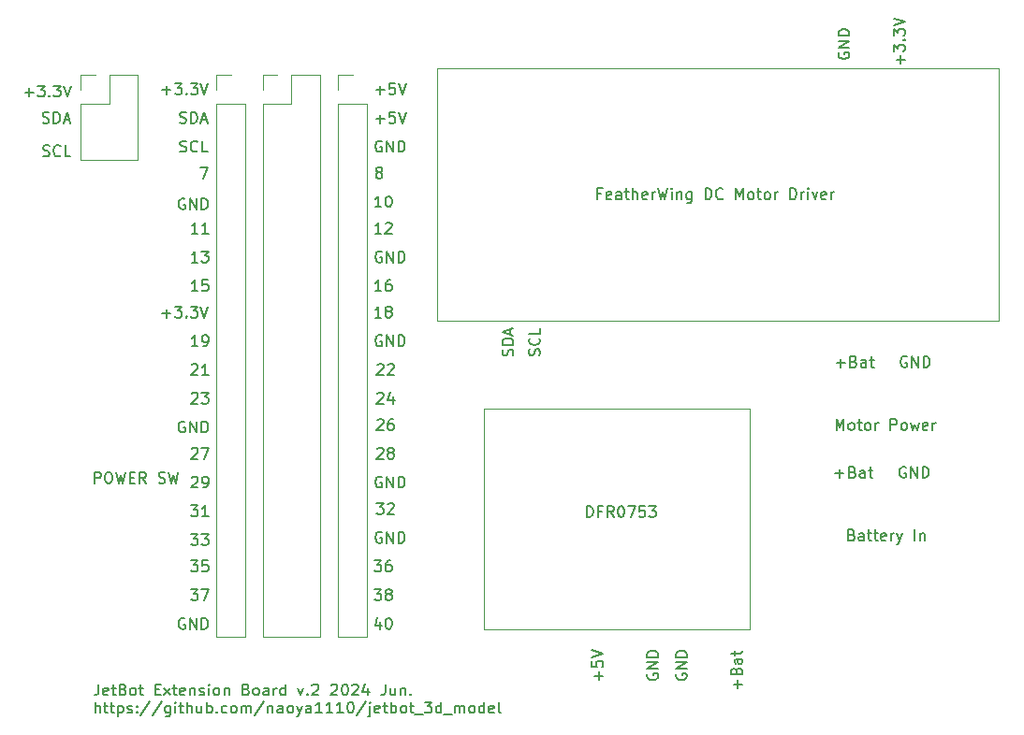
<source format=gto>
%TF.GenerationSoftware,KiCad,Pcbnew,(6.0.10)*%
%TF.CreationDate,2024-06-04T10:03:53+09:00*%
%TF.ProjectId,extension_circuit_board,65787465-6e73-4696-9f6e-5f6369726375,rev?*%
%TF.SameCoordinates,Original*%
%TF.FileFunction,Legend,Top*%
%TF.FilePolarity,Positive*%
%FSLAX46Y46*%
G04 Gerber Fmt 4.6, Leading zero omitted, Abs format (unit mm)*
G04 Created by KiCad (PCBNEW (6.0.10)) date 2024-06-04 10:03:53*
%MOMM*%
%LPD*%
G01*
G04 APERTURE LIST*
%ADD10C,0.150000*%
%ADD11C,0.120000*%
G04 APERTURE END LIST*
D10*
X154809523Y-78852380D02*
X154238095Y-78852380D01*
X154523809Y-78852380D02*
X154523809Y-77852380D01*
X154428571Y-77995238D01*
X154333333Y-78090476D01*
X154238095Y-78138095D01*
X155666666Y-77852380D02*
X155476190Y-77852380D01*
X155380952Y-77900000D01*
X155333333Y-77947619D01*
X155238095Y-78090476D01*
X155190476Y-78280952D01*
X155190476Y-78661904D01*
X155238095Y-78757142D01*
X155285714Y-78804761D01*
X155380952Y-78852380D01*
X155571428Y-78852380D01*
X155666666Y-78804761D01*
X155714285Y-78757142D01*
X155761904Y-78661904D01*
X155761904Y-78423809D01*
X155714285Y-78328571D01*
X155666666Y-78280952D01*
X155571428Y-78233333D01*
X155380952Y-78233333D01*
X155285714Y-78280952D01*
X155238095Y-78328571D01*
X155190476Y-78423809D01*
X174471428Y-114085714D02*
X174471428Y-113323809D01*
X174852380Y-113704761D02*
X174090476Y-113704761D01*
X173852380Y-112371428D02*
X173852380Y-112847619D01*
X174328571Y-112895238D01*
X174280952Y-112847619D01*
X174233333Y-112752380D01*
X174233333Y-112514285D01*
X174280952Y-112419047D01*
X174328571Y-112371428D01*
X174423809Y-112323809D01*
X174661904Y-112323809D01*
X174757142Y-112371428D01*
X174804761Y-112419047D01*
X174852380Y-112514285D01*
X174852380Y-112752380D01*
X174804761Y-112847619D01*
X174757142Y-112895238D01*
X173852380Y-112038095D02*
X174852380Y-111704761D01*
X173852380Y-111371428D01*
X154838095Y-75300000D02*
X154742857Y-75252380D01*
X154600000Y-75252380D01*
X154457142Y-75300000D01*
X154361904Y-75395238D01*
X154314285Y-75490476D01*
X154266666Y-75680952D01*
X154266666Y-75823809D01*
X154314285Y-76014285D01*
X154361904Y-76109523D01*
X154457142Y-76204761D01*
X154600000Y-76252380D01*
X154695238Y-76252380D01*
X154838095Y-76204761D01*
X154885714Y-76157142D01*
X154885714Y-75823809D01*
X154695238Y-75823809D01*
X155314285Y-76252380D02*
X155314285Y-75252380D01*
X155885714Y-76252380D01*
X155885714Y-75252380D01*
X156361904Y-76252380D02*
X156361904Y-75252380D01*
X156600000Y-75252380D01*
X156742857Y-75300000D01*
X156838095Y-75395238D01*
X156885714Y-75490476D01*
X156933333Y-75680952D01*
X156933333Y-75823809D01*
X156885714Y-76014285D01*
X156838095Y-76109523D01*
X156742857Y-76204761D01*
X156600000Y-76252380D01*
X156361904Y-76252380D01*
X138209523Y-76252380D02*
X137638095Y-76252380D01*
X137923809Y-76252380D02*
X137923809Y-75252380D01*
X137828571Y-75395238D01*
X137733333Y-75490476D01*
X137638095Y-75538095D01*
X138542857Y-75252380D02*
X139161904Y-75252380D01*
X138828571Y-75633333D01*
X138971428Y-75633333D01*
X139066666Y-75680952D01*
X139114285Y-75728571D01*
X139161904Y-75823809D01*
X139161904Y-76061904D01*
X139114285Y-76157142D01*
X139066666Y-76204761D01*
X138971428Y-76252380D01*
X138685714Y-76252380D01*
X138590476Y-76204761D01*
X138542857Y-76157142D01*
X137038095Y-90700000D02*
X136942857Y-90652380D01*
X136800000Y-90652380D01*
X136657142Y-90700000D01*
X136561904Y-90795238D01*
X136514285Y-90890476D01*
X136466666Y-91080952D01*
X136466666Y-91223809D01*
X136514285Y-91414285D01*
X136561904Y-91509523D01*
X136657142Y-91604761D01*
X136800000Y-91652380D01*
X136895238Y-91652380D01*
X137038095Y-91604761D01*
X137085714Y-91557142D01*
X137085714Y-91223809D01*
X136895238Y-91223809D01*
X137514285Y-91652380D02*
X137514285Y-90652380D01*
X138085714Y-91652380D01*
X138085714Y-90652380D01*
X138561904Y-91652380D02*
X138561904Y-90652380D01*
X138800000Y-90652380D01*
X138942857Y-90700000D01*
X139038095Y-90795238D01*
X139085714Y-90890476D01*
X139133333Y-91080952D01*
X139133333Y-91223809D01*
X139085714Y-91414285D01*
X139038095Y-91509523D01*
X138942857Y-91604761D01*
X138800000Y-91652380D01*
X138561904Y-91652380D01*
X196200000Y-57261904D02*
X196152380Y-57357142D01*
X196152380Y-57500000D01*
X196200000Y-57642857D01*
X196295238Y-57738095D01*
X196390476Y-57785714D01*
X196580952Y-57833333D01*
X196723809Y-57833333D01*
X196914285Y-57785714D01*
X197009523Y-57738095D01*
X197104761Y-57642857D01*
X197152380Y-57500000D01*
X197152380Y-57404761D01*
X197104761Y-57261904D01*
X197057142Y-57214285D01*
X196723809Y-57214285D01*
X196723809Y-57404761D01*
X197152380Y-56785714D02*
X196152380Y-56785714D01*
X197152380Y-56214285D01*
X196152380Y-56214285D01*
X197152380Y-55738095D02*
X196152380Y-55738095D01*
X196152380Y-55500000D01*
X196200000Y-55357142D01*
X196295238Y-55261904D01*
X196390476Y-55214285D01*
X196580952Y-55166666D01*
X196723809Y-55166666D01*
X196914285Y-55214285D01*
X197009523Y-55261904D01*
X197104761Y-55357142D01*
X197152380Y-55500000D01*
X197152380Y-55738095D01*
X154714285Y-108785714D02*
X154714285Y-109452380D01*
X154476190Y-108404761D02*
X154238095Y-109119047D01*
X154857142Y-109119047D01*
X155428571Y-108452380D02*
X155523809Y-108452380D01*
X155619047Y-108500000D01*
X155666666Y-108547619D01*
X155714285Y-108642857D01*
X155761904Y-108833333D01*
X155761904Y-109071428D01*
X155714285Y-109261904D01*
X155666666Y-109357142D01*
X155619047Y-109404761D01*
X155523809Y-109452380D01*
X155428571Y-109452380D01*
X155333333Y-109404761D01*
X155285714Y-109357142D01*
X155238095Y-109261904D01*
X155190476Y-109071428D01*
X155190476Y-108833333D01*
X155238095Y-108642857D01*
X155285714Y-108547619D01*
X155333333Y-108500000D01*
X155428571Y-108452380D01*
X136609523Y-66204761D02*
X136752380Y-66252380D01*
X136990476Y-66252380D01*
X137085714Y-66204761D01*
X137133333Y-66157142D01*
X137180952Y-66061904D01*
X137180952Y-65966666D01*
X137133333Y-65871428D01*
X137085714Y-65823809D01*
X136990476Y-65776190D01*
X136800000Y-65728571D01*
X136704761Y-65680952D01*
X136657142Y-65633333D01*
X136609523Y-65538095D01*
X136609523Y-65442857D01*
X136657142Y-65347619D01*
X136704761Y-65300000D01*
X136800000Y-65252380D01*
X137038095Y-65252380D01*
X137180952Y-65300000D01*
X138180952Y-66157142D02*
X138133333Y-66204761D01*
X137990476Y-66252380D01*
X137895238Y-66252380D01*
X137752380Y-66204761D01*
X137657142Y-66109523D01*
X137609523Y-66014285D01*
X137561904Y-65823809D01*
X137561904Y-65680952D01*
X137609523Y-65490476D01*
X137657142Y-65395238D01*
X137752380Y-65300000D01*
X137895238Y-65252380D01*
X137990476Y-65252380D01*
X138133333Y-65300000D01*
X138180952Y-65347619D01*
X139085714Y-66252380D02*
X138609523Y-66252380D01*
X138609523Y-65252380D01*
X169104761Y-84690476D02*
X169152380Y-84547619D01*
X169152380Y-84309523D01*
X169104761Y-84214285D01*
X169057142Y-84166666D01*
X168961904Y-84119047D01*
X168866666Y-84119047D01*
X168771428Y-84166666D01*
X168723809Y-84214285D01*
X168676190Y-84309523D01*
X168628571Y-84500000D01*
X168580952Y-84595238D01*
X168533333Y-84642857D01*
X168438095Y-84690476D01*
X168342857Y-84690476D01*
X168247619Y-84642857D01*
X168200000Y-84595238D01*
X168152380Y-84500000D01*
X168152380Y-84261904D01*
X168200000Y-84119047D01*
X169057142Y-83119047D02*
X169104761Y-83166666D01*
X169152380Y-83309523D01*
X169152380Y-83404761D01*
X169104761Y-83547619D01*
X169009523Y-83642857D01*
X168914285Y-83690476D01*
X168723809Y-83738095D01*
X168580952Y-83738095D01*
X168390476Y-83690476D01*
X168295238Y-83642857D01*
X168200000Y-83547619D01*
X168152380Y-83404761D01*
X168152380Y-83309523D01*
X168200000Y-83166666D01*
X168247619Y-83119047D01*
X169152380Y-82214285D02*
X169152380Y-82690476D01*
X168152380Y-82690476D01*
X135000000Y-60671428D02*
X135761904Y-60671428D01*
X135380952Y-61052380D02*
X135380952Y-60290476D01*
X136142857Y-60052380D02*
X136761904Y-60052380D01*
X136428571Y-60433333D01*
X136571428Y-60433333D01*
X136666666Y-60480952D01*
X136714285Y-60528571D01*
X136761904Y-60623809D01*
X136761904Y-60861904D01*
X136714285Y-60957142D01*
X136666666Y-61004761D01*
X136571428Y-61052380D01*
X136285714Y-61052380D01*
X136190476Y-61004761D01*
X136142857Y-60957142D01*
X137190476Y-60957142D02*
X137238095Y-61004761D01*
X137190476Y-61052380D01*
X137142857Y-61004761D01*
X137190476Y-60957142D01*
X137190476Y-61052380D01*
X137571428Y-60052380D02*
X138190476Y-60052380D01*
X137857142Y-60433333D01*
X138000000Y-60433333D01*
X138095238Y-60480952D01*
X138142857Y-60528571D01*
X138190476Y-60623809D01*
X138190476Y-60861904D01*
X138142857Y-60957142D01*
X138095238Y-61004761D01*
X138000000Y-61052380D01*
X137714285Y-61052380D01*
X137619047Y-61004761D01*
X137571428Y-60957142D01*
X138476190Y-60052380D02*
X138809523Y-61052380D01*
X139142857Y-60052380D01*
X181500000Y-113511904D02*
X181452380Y-113607142D01*
X181452380Y-113750000D01*
X181500000Y-113892857D01*
X181595238Y-113988095D01*
X181690476Y-114035714D01*
X181880952Y-114083333D01*
X182023809Y-114083333D01*
X182214285Y-114035714D01*
X182309523Y-113988095D01*
X182404761Y-113892857D01*
X182452380Y-113750000D01*
X182452380Y-113654761D01*
X182404761Y-113511904D01*
X182357142Y-113464285D01*
X182023809Y-113464285D01*
X182023809Y-113654761D01*
X182452380Y-113035714D02*
X181452380Y-113035714D01*
X182452380Y-112464285D01*
X181452380Y-112464285D01*
X182452380Y-111988095D02*
X181452380Y-111988095D01*
X181452380Y-111750000D01*
X181500000Y-111607142D01*
X181595238Y-111511904D01*
X181690476Y-111464285D01*
X181880952Y-111416666D01*
X182023809Y-111416666D01*
X182214285Y-111464285D01*
X182309523Y-111511904D01*
X182404761Y-111607142D01*
X182452380Y-111750000D01*
X182452380Y-111988095D01*
X124185714Y-63604761D02*
X124328571Y-63652380D01*
X124566666Y-63652380D01*
X124661904Y-63604761D01*
X124709523Y-63557142D01*
X124757142Y-63461904D01*
X124757142Y-63366666D01*
X124709523Y-63271428D01*
X124661904Y-63223809D01*
X124566666Y-63176190D01*
X124376190Y-63128571D01*
X124280952Y-63080952D01*
X124233333Y-63033333D01*
X124185714Y-62938095D01*
X124185714Y-62842857D01*
X124233333Y-62747619D01*
X124280952Y-62700000D01*
X124376190Y-62652380D01*
X124614285Y-62652380D01*
X124757142Y-62700000D01*
X125185714Y-63652380D02*
X125185714Y-62652380D01*
X125423809Y-62652380D01*
X125566666Y-62700000D01*
X125661904Y-62795238D01*
X125709523Y-62890476D01*
X125757142Y-63080952D01*
X125757142Y-63223809D01*
X125709523Y-63414285D01*
X125661904Y-63509523D01*
X125566666Y-63604761D01*
X125423809Y-63652380D01*
X125185714Y-63652380D01*
X126138095Y-63366666D02*
X126614285Y-63366666D01*
X126042857Y-63652380D02*
X126376190Y-62652380D01*
X126709523Y-63652380D01*
X154314285Y-60671428D02*
X155076190Y-60671428D01*
X154695238Y-61052380D02*
X154695238Y-60290476D01*
X156028571Y-60052380D02*
X155552380Y-60052380D01*
X155504761Y-60528571D01*
X155552380Y-60480952D01*
X155647619Y-60433333D01*
X155885714Y-60433333D01*
X155980952Y-60480952D01*
X156028571Y-60528571D01*
X156076190Y-60623809D01*
X156076190Y-60861904D01*
X156028571Y-60957142D01*
X155980952Y-61004761D01*
X155885714Y-61052380D01*
X155647619Y-61052380D01*
X155552380Y-61004761D01*
X155504761Y-60957142D01*
X156361904Y-60052380D02*
X156695238Y-61052380D01*
X157028571Y-60052380D01*
X154838095Y-65300000D02*
X154742857Y-65252380D01*
X154600000Y-65252380D01*
X154457142Y-65300000D01*
X154361904Y-65395238D01*
X154314285Y-65490476D01*
X154266666Y-65680952D01*
X154266666Y-65823809D01*
X154314285Y-66014285D01*
X154361904Y-66109523D01*
X154457142Y-66204761D01*
X154600000Y-66252380D01*
X154695238Y-66252380D01*
X154838095Y-66204761D01*
X154885714Y-66157142D01*
X154885714Y-65823809D01*
X154695238Y-65823809D01*
X155314285Y-66252380D02*
X155314285Y-65252380D01*
X155885714Y-66252380D01*
X155885714Y-65252380D01*
X156361904Y-66252380D02*
X156361904Y-65252380D01*
X156600000Y-65252380D01*
X156742857Y-65300000D01*
X156838095Y-65395238D01*
X156885714Y-65490476D01*
X156933333Y-65680952D01*
X156933333Y-65823809D01*
X156885714Y-66014285D01*
X156838095Y-66109523D01*
X156742857Y-66204761D01*
X156600000Y-66252380D01*
X156361904Y-66252380D01*
X154438095Y-88147619D02*
X154485714Y-88100000D01*
X154580952Y-88052380D01*
X154819047Y-88052380D01*
X154914285Y-88100000D01*
X154961904Y-88147619D01*
X155009523Y-88242857D01*
X155009523Y-88338095D01*
X154961904Y-88480952D01*
X154390476Y-89052380D01*
X155009523Y-89052380D01*
X155866666Y-88385714D02*
X155866666Y-89052380D01*
X155628571Y-88004761D02*
X155390476Y-88719047D01*
X156009523Y-88719047D01*
X137590476Y-103252380D02*
X138209523Y-103252380D01*
X137876190Y-103633333D01*
X138019047Y-103633333D01*
X138114285Y-103680952D01*
X138161904Y-103728571D01*
X138209523Y-103823809D01*
X138209523Y-104061904D01*
X138161904Y-104157142D01*
X138114285Y-104204761D01*
X138019047Y-104252380D01*
X137733333Y-104252380D01*
X137638095Y-104204761D01*
X137590476Y-104157142D01*
X139114285Y-103252380D02*
X138638095Y-103252380D01*
X138590476Y-103728571D01*
X138638095Y-103680952D01*
X138733333Y-103633333D01*
X138971428Y-103633333D01*
X139066666Y-103680952D01*
X139114285Y-103728571D01*
X139161904Y-103823809D01*
X139161904Y-104061904D01*
X139114285Y-104157142D01*
X139066666Y-104204761D01*
X138971428Y-104252380D01*
X138733333Y-104252380D01*
X138638095Y-104204761D01*
X138590476Y-104157142D01*
X154504761Y-68080952D02*
X154409523Y-68033333D01*
X154361904Y-67985714D01*
X154314285Y-67890476D01*
X154314285Y-67842857D01*
X154361904Y-67747619D01*
X154409523Y-67700000D01*
X154504761Y-67652380D01*
X154695238Y-67652380D01*
X154790476Y-67700000D01*
X154838095Y-67747619D01*
X154885714Y-67842857D01*
X154885714Y-67890476D01*
X154838095Y-67985714D01*
X154790476Y-68033333D01*
X154695238Y-68080952D01*
X154504761Y-68080952D01*
X154409523Y-68128571D01*
X154361904Y-68176190D01*
X154314285Y-68271428D01*
X154314285Y-68461904D01*
X154361904Y-68557142D01*
X154409523Y-68604761D01*
X154504761Y-68652380D01*
X154695238Y-68652380D01*
X154790476Y-68604761D01*
X154838095Y-68557142D01*
X154885714Y-68461904D01*
X154885714Y-68271428D01*
X154838095Y-68176190D01*
X154790476Y-68128571D01*
X154695238Y-68080952D01*
X137638095Y-85547619D02*
X137685714Y-85500000D01*
X137780952Y-85452380D01*
X138019047Y-85452380D01*
X138114285Y-85500000D01*
X138161904Y-85547619D01*
X138209523Y-85642857D01*
X138209523Y-85738095D01*
X138161904Y-85880952D01*
X137590476Y-86452380D01*
X138209523Y-86452380D01*
X139161904Y-86452380D02*
X138590476Y-86452380D01*
X138876190Y-86452380D02*
X138876190Y-85452380D01*
X138780952Y-85595238D01*
X138685714Y-85690476D01*
X138590476Y-85738095D01*
X154438095Y-85547619D02*
X154485714Y-85500000D01*
X154580952Y-85452380D01*
X154819047Y-85452380D01*
X154914285Y-85500000D01*
X154961904Y-85547619D01*
X155009523Y-85642857D01*
X155009523Y-85738095D01*
X154961904Y-85880952D01*
X154390476Y-86452380D01*
X155009523Y-86452380D01*
X155390476Y-85547619D02*
X155438095Y-85500000D01*
X155533333Y-85452380D01*
X155771428Y-85452380D01*
X155866666Y-85500000D01*
X155914285Y-85547619D01*
X155961904Y-85642857D01*
X155961904Y-85738095D01*
X155914285Y-85880952D01*
X155342857Y-86452380D01*
X155961904Y-86452380D01*
X129221309Y-114447380D02*
X129221309Y-115161666D01*
X129173690Y-115304523D01*
X129078452Y-115399761D01*
X128935595Y-115447380D01*
X128840357Y-115447380D01*
X130078452Y-115399761D02*
X129983214Y-115447380D01*
X129792738Y-115447380D01*
X129697500Y-115399761D01*
X129649880Y-115304523D01*
X129649880Y-114923571D01*
X129697500Y-114828333D01*
X129792738Y-114780714D01*
X129983214Y-114780714D01*
X130078452Y-114828333D01*
X130126071Y-114923571D01*
X130126071Y-115018809D01*
X129649880Y-115114047D01*
X130411785Y-114780714D02*
X130792738Y-114780714D01*
X130554642Y-114447380D02*
X130554642Y-115304523D01*
X130602261Y-115399761D01*
X130697500Y-115447380D01*
X130792738Y-115447380D01*
X131459404Y-114923571D02*
X131602261Y-114971190D01*
X131649880Y-115018809D01*
X131697500Y-115114047D01*
X131697500Y-115256904D01*
X131649880Y-115352142D01*
X131602261Y-115399761D01*
X131507023Y-115447380D01*
X131126071Y-115447380D01*
X131126071Y-114447380D01*
X131459404Y-114447380D01*
X131554642Y-114495000D01*
X131602261Y-114542619D01*
X131649880Y-114637857D01*
X131649880Y-114733095D01*
X131602261Y-114828333D01*
X131554642Y-114875952D01*
X131459404Y-114923571D01*
X131126071Y-114923571D01*
X132268928Y-115447380D02*
X132173690Y-115399761D01*
X132126071Y-115352142D01*
X132078452Y-115256904D01*
X132078452Y-114971190D01*
X132126071Y-114875952D01*
X132173690Y-114828333D01*
X132268928Y-114780714D01*
X132411785Y-114780714D01*
X132507023Y-114828333D01*
X132554642Y-114875952D01*
X132602261Y-114971190D01*
X132602261Y-115256904D01*
X132554642Y-115352142D01*
X132507023Y-115399761D01*
X132411785Y-115447380D01*
X132268928Y-115447380D01*
X132887976Y-114780714D02*
X133268928Y-114780714D01*
X133030833Y-114447380D02*
X133030833Y-115304523D01*
X133078452Y-115399761D01*
X133173690Y-115447380D01*
X133268928Y-115447380D01*
X134364166Y-114923571D02*
X134697500Y-114923571D01*
X134840357Y-115447380D02*
X134364166Y-115447380D01*
X134364166Y-114447380D01*
X134840357Y-114447380D01*
X135173690Y-115447380D02*
X135697500Y-114780714D01*
X135173690Y-114780714D02*
X135697500Y-115447380D01*
X135935595Y-114780714D02*
X136316547Y-114780714D01*
X136078452Y-114447380D02*
X136078452Y-115304523D01*
X136126071Y-115399761D01*
X136221309Y-115447380D01*
X136316547Y-115447380D01*
X137030833Y-115399761D02*
X136935595Y-115447380D01*
X136745119Y-115447380D01*
X136649880Y-115399761D01*
X136602261Y-115304523D01*
X136602261Y-114923571D01*
X136649880Y-114828333D01*
X136745119Y-114780714D01*
X136935595Y-114780714D01*
X137030833Y-114828333D01*
X137078452Y-114923571D01*
X137078452Y-115018809D01*
X136602261Y-115114047D01*
X137507023Y-114780714D02*
X137507023Y-115447380D01*
X137507023Y-114875952D02*
X137554642Y-114828333D01*
X137649880Y-114780714D01*
X137792738Y-114780714D01*
X137887976Y-114828333D01*
X137935595Y-114923571D01*
X137935595Y-115447380D01*
X138364166Y-115399761D02*
X138459404Y-115447380D01*
X138649880Y-115447380D01*
X138745119Y-115399761D01*
X138792738Y-115304523D01*
X138792738Y-115256904D01*
X138745119Y-115161666D01*
X138649880Y-115114047D01*
X138507023Y-115114047D01*
X138411785Y-115066428D01*
X138364166Y-114971190D01*
X138364166Y-114923571D01*
X138411785Y-114828333D01*
X138507023Y-114780714D01*
X138649880Y-114780714D01*
X138745119Y-114828333D01*
X139221309Y-115447380D02*
X139221309Y-114780714D01*
X139221309Y-114447380D02*
X139173690Y-114495000D01*
X139221309Y-114542619D01*
X139268928Y-114495000D01*
X139221309Y-114447380D01*
X139221309Y-114542619D01*
X139840357Y-115447380D02*
X139745119Y-115399761D01*
X139697500Y-115352142D01*
X139649880Y-115256904D01*
X139649880Y-114971190D01*
X139697500Y-114875952D01*
X139745119Y-114828333D01*
X139840357Y-114780714D01*
X139983214Y-114780714D01*
X140078452Y-114828333D01*
X140126071Y-114875952D01*
X140173690Y-114971190D01*
X140173690Y-115256904D01*
X140126071Y-115352142D01*
X140078452Y-115399761D01*
X139983214Y-115447380D01*
X139840357Y-115447380D01*
X140602261Y-114780714D02*
X140602261Y-115447380D01*
X140602261Y-114875952D02*
X140649880Y-114828333D01*
X140745119Y-114780714D01*
X140887976Y-114780714D01*
X140983214Y-114828333D01*
X141030833Y-114923571D01*
X141030833Y-115447380D01*
X142602261Y-114923571D02*
X142745119Y-114971190D01*
X142792738Y-115018809D01*
X142840357Y-115114047D01*
X142840357Y-115256904D01*
X142792738Y-115352142D01*
X142745119Y-115399761D01*
X142649880Y-115447380D01*
X142268928Y-115447380D01*
X142268928Y-114447380D01*
X142602261Y-114447380D01*
X142697500Y-114495000D01*
X142745119Y-114542619D01*
X142792738Y-114637857D01*
X142792738Y-114733095D01*
X142745119Y-114828333D01*
X142697500Y-114875952D01*
X142602261Y-114923571D01*
X142268928Y-114923571D01*
X143411785Y-115447380D02*
X143316547Y-115399761D01*
X143268928Y-115352142D01*
X143221309Y-115256904D01*
X143221309Y-114971190D01*
X143268928Y-114875952D01*
X143316547Y-114828333D01*
X143411785Y-114780714D01*
X143554642Y-114780714D01*
X143649880Y-114828333D01*
X143697500Y-114875952D01*
X143745119Y-114971190D01*
X143745119Y-115256904D01*
X143697500Y-115352142D01*
X143649880Y-115399761D01*
X143554642Y-115447380D01*
X143411785Y-115447380D01*
X144602261Y-115447380D02*
X144602261Y-114923571D01*
X144554642Y-114828333D01*
X144459404Y-114780714D01*
X144268928Y-114780714D01*
X144173690Y-114828333D01*
X144602261Y-115399761D02*
X144507023Y-115447380D01*
X144268928Y-115447380D01*
X144173690Y-115399761D01*
X144126071Y-115304523D01*
X144126071Y-115209285D01*
X144173690Y-115114047D01*
X144268928Y-115066428D01*
X144507023Y-115066428D01*
X144602261Y-115018809D01*
X145078452Y-115447380D02*
X145078452Y-114780714D01*
X145078452Y-114971190D02*
X145126071Y-114875952D01*
X145173690Y-114828333D01*
X145268928Y-114780714D01*
X145364166Y-114780714D01*
X146126071Y-115447380D02*
X146126071Y-114447380D01*
X146126071Y-115399761D02*
X146030833Y-115447380D01*
X145840357Y-115447380D01*
X145745119Y-115399761D01*
X145697500Y-115352142D01*
X145649880Y-115256904D01*
X145649880Y-114971190D01*
X145697500Y-114875952D01*
X145745119Y-114828333D01*
X145840357Y-114780714D01*
X146030833Y-114780714D01*
X146126071Y-114828333D01*
X147268928Y-114780714D02*
X147507023Y-115447380D01*
X147745119Y-114780714D01*
X148126071Y-115352142D02*
X148173690Y-115399761D01*
X148126071Y-115447380D01*
X148078452Y-115399761D01*
X148126071Y-115352142D01*
X148126071Y-115447380D01*
X148554642Y-114542619D02*
X148602261Y-114495000D01*
X148697500Y-114447380D01*
X148935595Y-114447380D01*
X149030833Y-114495000D01*
X149078452Y-114542619D01*
X149126071Y-114637857D01*
X149126071Y-114733095D01*
X149078452Y-114875952D01*
X148507023Y-115447380D01*
X149126071Y-115447380D01*
X150268928Y-114542619D02*
X150316547Y-114495000D01*
X150411785Y-114447380D01*
X150649880Y-114447380D01*
X150745119Y-114495000D01*
X150792738Y-114542619D01*
X150840357Y-114637857D01*
X150840357Y-114733095D01*
X150792738Y-114875952D01*
X150221309Y-115447380D01*
X150840357Y-115447380D01*
X151459404Y-114447380D02*
X151554642Y-114447380D01*
X151649880Y-114495000D01*
X151697500Y-114542619D01*
X151745119Y-114637857D01*
X151792738Y-114828333D01*
X151792738Y-115066428D01*
X151745119Y-115256904D01*
X151697500Y-115352142D01*
X151649880Y-115399761D01*
X151554642Y-115447380D01*
X151459404Y-115447380D01*
X151364166Y-115399761D01*
X151316547Y-115352142D01*
X151268928Y-115256904D01*
X151221309Y-115066428D01*
X151221309Y-114828333D01*
X151268928Y-114637857D01*
X151316547Y-114542619D01*
X151364166Y-114495000D01*
X151459404Y-114447380D01*
X152173690Y-114542619D02*
X152221309Y-114495000D01*
X152316547Y-114447380D01*
X152554642Y-114447380D01*
X152649880Y-114495000D01*
X152697500Y-114542619D01*
X152745119Y-114637857D01*
X152745119Y-114733095D01*
X152697500Y-114875952D01*
X152126071Y-115447380D01*
X152745119Y-115447380D01*
X153602261Y-114780714D02*
X153602261Y-115447380D01*
X153364166Y-114399761D02*
X153126071Y-115114047D01*
X153745119Y-115114047D01*
X155173690Y-114447380D02*
X155173690Y-115161666D01*
X155126071Y-115304523D01*
X155030833Y-115399761D01*
X154887976Y-115447380D01*
X154792738Y-115447380D01*
X156078452Y-114780714D02*
X156078452Y-115447380D01*
X155649880Y-114780714D02*
X155649880Y-115304523D01*
X155697500Y-115399761D01*
X155792738Y-115447380D01*
X155935595Y-115447380D01*
X156030833Y-115399761D01*
X156078452Y-115352142D01*
X156554642Y-114780714D02*
X156554642Y-115447380D01*
X156554642Y-114875952D02*
X156602261Y-114828333D01*
X156697500Y-114780714D01*
X156840357Y-114780714D01*
X156935595Y-114828333D01*
X156983214Y-114923571D01*
X156983214Y-115447380D01*
X157459404Y-115352142D02*
X157507023Y-115399761D01*
X157459404Y-115447380D01*
X157411785Y-115399761D01*
X157459404Y-115352142D01*
X157459404Y-115447380D01*
X128935595Y-117057380D02*
X128935595Y-116057380D01*
X129364166Y-117057380D02*
X129364166Y-116533571D01*
X129316547Y-116438333D01*
X129221309Y-116390714D01*
X129078452Y-116390714D01*
X128983214Y-116438333D01*
X128935595Y-116485952D01*
X129697500Y-116390714D02*
X130078452Y-116390714D01*
X129840357Y-116057380D02*
X129840357Y-116914523D01*
X129887976Y-117009761D01*
X129983214Y-117057380D01*
X130078452Y-117057380D01*
X130268928Y-116390714D02*
X130649880Y-116390714D01*
X130411785Y-116057380D02*
X130411785Y-116914523D01*
X130459404Y-117009761D01*
X130554642Y-117057380D01*
X130649880Y-117057380D01*
X130983214Y-116390714D02*
X130983214Y-117390714D01*
X130983214Y-116438333D02*
X131078452Y-116390714D01*
X131268928Y-116390714D01*
X131364166Y-116438333D01*
X131411785Y-116485952D01*
X131459404Y-116581190D01*
X131459404Y-116866904D01*
X131411785Y-116962142D01*
X131364166Y-117009761D01*
X131268928Y-117057380D01*
X131078452Y-117057380D01*
X130983214Y-117009761D01*
X131840357Y-117009761D02*
X131935595Y-117057380D01*
X132126071Y-117057380D01*
X132221309Y-117009761D01*
X132268928Y-116914523D01*
X132268928Y-116866904D01*
X132221309Y-116771666D01*
X132126071Y-116724047D01*
X131983214Y-116724047D01*
X131887976Y-116676428D01*
X131840357Y-116581190D01*
X131840357Y-116533571D01*
X131887976Y-116438333D01*
X131983214Y-116390714D01*
X132126071Y-116390714D01*
X132221309Y-116438333D01*
X132697500Y-116962142D02*
X132745119Y-117009761D01*
X132697500Y-117057380D01*
X132649880Y-117009761D01*
X132697500Y-116962142D01*
X132697500Y-117057380D01*
X132697500Y-116438333D02*
X132745119Y-116485952D01*
X132697500Y-116533571D01*
X132649880Y-116485952D01*
X132697500Y-116438333D01*
X132697500Y-116533571D01*
X133887976Y-116009761D02*
X133030833Y-117295476D01*
X134935595Y-116009761D02*
X134078452Y-117295476D01*
X135697500Y-116390714D02*
X135697500Y-117200238D01*
X135649880Y-117295476D01*
X135602261Y-117343095D01*
X135507023Y-117390714D01*
X135364166Y-117390714D01*
X135268928Y-117343095D01*
X135697500Y-117009761D02*
X135602261Y-117057380D01*
X135411785Y-117057380D01*
X135316547Y-117009761D01*
X135268928Y-116962142D01*
X135221309Y-116866904D01*
X135221309Y-116581190D01*
X135268928Y-116485952D01*
X135316547Y-116438333D01*
X135411785Y-116390714D01*
X135602261Y-116390714D01*
X135697500Y-116438333D01*
X136173690Y-117057380D02*
X136173690Y-116390714D01*
X136173690Y-116057380D02*
X136126071Y-116105000D01*
X136173690Y-116152619D01*
X136221309Y-116105000D01*
X136173690Y-116057380D01*
X136173690Y-116152619D01*
X136507023Y-116390714D02*
X136887976Y-116390714D01*
X136649880Y-116057380D02*
X136649880Y-116914523D01*
X136697500Y-117009761D01*
X136792738Y-117057380D01*
X136887976Y-117057380D01*
X137221309Y-117057380D02*
X137221309Y-116057380D01*
X137649880Y-117057380D02*
X137649880Y-116533571D01*
X137602261Y-116438333D01*
X137507023Y-116390714D01*
X137364166Y-116390714D01*
X137268928Y-116438333D01*
X137221309Y-116485952D01*
X138554642Y-116390714D02*
X138554642Y-117057380D01*
X138126071Y-116390714D02*
X138126071Y-116914523D01*
X138173690Y-117009761D01*
X138268928Y-117057380D01*
X138411785Y-117057380D01*
X138507023Y-117009761D01*
X138554642Y-116962142D01*
X139030833Y-117057380D02*
X139030833Y-116057380D01*
X139030833Y-116438333D02*
X139126071Y-116390714D01*
X139316547Y-116390714D01*
X139411785Y-116438333D01*
X139459404Y-116485952D01*
X139507023Y-116581190D01*
X139507023Y-116866904D01*
X139459404Y-116962142D01*
X139411785Y-117009761D01*
X139316547Y-117057380D01*
X139126071Y-117057380D01*
X139030833Y-117009761D01*
X139935595Y-116962142D02*
X139983214Y-117009761D01*
X139935595Y-117057380D01*
X139887976Y-117009761D01*
X139935595Y-116962142D01*
X139935595Y-117057380D01*
X140840357Y-117009761D02*
X140745119Y-117057380D01*
X140554642Y-117057380D01*
X140459404Y-117009761D01*
X140411785Y-116962142D01*
X140364166Y-116866904D01*
X140364166Y-116581190D01*
X140411785Y-116485952D01*
X140459404Y-116438333D01*
X140554642Y-116390714D01*
X140745119Y-116390714D01*
X140840357Y-116438333D01*
X141411785Y-117057380D02*
X141316547Y-117009761D01*
X141268928Y-116962142D01*
X141221309Y-116866904D01*
X141221309Y-116581190D01*
X141268928Y-116485952D01*
X141316547Y-116438333D01*
X141411785Y-116390714D01*
X141554642Y-116390714D01*
X141649880Y-116438333D01*
X141697500Y-116485952D01*
X141745119Y-116581190D01*
X141745119Y-116866904D01*
X141697500Y-116962142D01*
X141649880Y-117009761D01*
X141554642Y-117057380D01*
X141411785Y-117057380D01*
X142173690Y-117057380D02*
X142173690Y-116390714D01*
X142173690Y-116485952D02*
X142221309Y-116438333D01*
X142316547Y-116390714D01*
X142459404Y-116390714D01*
X142554642Y-116438333D01*
X142602261Y-116533571D01*
X142602261Y-117057380D01*
X142602261Y-116533571D02*
X142649880Y-116438333D01*
X142745119Y-116390714D01*
X142887976Y-116390714D01*
X142983214Y-116438333D01*
X143030833Y-116533571D01*
X143030833Y-117057380D01*
X144221309Y-116009761D02*
X143364166Y-117295476D01*
X144554642Y-116390714D02*
X144554642Y-117057380D01*
X144554642Y-116485952D02*
X144602261Y-116438333D01*
X144697500Y-116390714D01*
X144840357Y-116390714D01*
X144935595Y-116438333D01*
X144983214Y-116533571D01*
X144983214Y-117057380D01*
X145887976Y-117057380D02*
X145887976Y-116533571D01*
X145840357Y-116438333D01*
X145745119Y-116390714D01*
X145554642Y-116390714D01*
X145459404Y-116438333D01*
X145887976Y-117009761D02*
X145792738Y-117057380D01*
X145554642Y-117057380D01*
X145459404Y-117009761D01*
X145411785Y-116914523D01*
X145411785Y-116819285D01*
X145459404Y-116724047D01*
X145554642Y-116676428D01*
X145792738Y-116676428D01*
X145887976Y-116628809D01*
X146507023Y-117057380D02*
X146411785Y-117009761D01*
X146364166Y-116962142D01*
X146316547Y-116866904D01*
X146316547Y-116581190D01*
X146364166Y-116485952D01*
X146411785Y-116438333D01*
X146507023Y-116390714D01*
X146649880Y-116390714D01*
X146745119Y-116438333D01*
X146792738Y-116485952D01*
X146840357Y-116581190D01*
X146840357Y-116866904D01*
X146792738Y-116962142D01*
X146745119Y-117009761D01*
X146649880Y-117057380D01*
X146507023Y-117057380D01*
X147173690Y-116390714D02*
X147411785Y-117057380D01*
X147649880Y-116390714D02*
X147411785Y-117057380D01*
X147316547Y-117295476D01*
X147268928Y-117343095D01*
X147173690Y-117390714D01*
X148459404Y-117057380D02*
X148459404Y-116533571D01*
X148411785Y-116438333D01*
X148316547Y-116390714D01*
X148126071Y-116390714D01*
X148030833Y-116438333D01*
X148459404Y-117009761D02*
X148364166Y-117057380D01*
X148126071Y-117057380D01*
X148030833Y-117009761D01*
X147983214Y-116914523D01*
X147983214Y-116819285D01*
X148030833Y-116724047D01*
X148126071Y-116676428D01*
X148364166Y-116676428D01*
X148459404Y-116628809D01*
X149459404Y-117057380D02*
X148887976Y-117057380D01*
X149173690Y-117057380D02*
X149173690Y-116057380D01*
X149078452Y-116200238D01*
X148983214Y-116295476D01*
X148887976Y-116343095D01*
X150411785Y-117057380D02*
X149840357Y-117057380D01*
X150126071Y-117057380D02*
X150126071Y-116057380D01*
X150030833Y-116200238D01*
X149935595Y-116295476D01*
X149840357Y-116343095D01*
X151364166Y-117057380D02*
X150792738Y-117057380D01*
X151078452Y-117057380D02*
X151078452Y-116057380D01*
X150983214Y-116200238D01*
X150887976Y-116295476D01*
X150792738Y-116343095D01*
X151983214Y-116057380D02*
X152078452Y-116057380D01*
X152173690Y-116105000D01*
X152221309Y-116152619D01*
X152268928Y-116247857D01*
X152316547Y-116438333D01*
X152316547Y-116676428D01*
X152268928Y-116866904D01*
X152221309Y-116962142D01*
X152173690Y-117009761D01*
X152078452Y-117057380D01*
X151983214Y-117057380D01*
X151887976Y-117009761D01*
X151840357Y-116962142D01*
X151792738Y-116866904D01*
X151745119Y-116676428D01*
X151745119Y-116438333D01*
X151792738Y-116247857D01*
X151840357Y-116152619D01*
X151887976Y-116105000D01*
X151983214Y-116057380D01*
X153459404Y-116009761D02*
X152602261Y-117295476D01*
X153792738Y-116390714D02*
X153792738Y-117247857D01*
X153745119Y-117343095D01*
X153649880Y-117390714D01*
X153602261Y-117390714D01*
X153792738Y-116057380D02*
X153745119Y-116105000D01*
X153792738Y-116152619D01*
X153840357Y-116105000D01*
X153792738Y-116057380D01*
X153792738Y-116152619D01*
X154649880Y-117009761D02*
X154554642Y-117057380D01*
X154364166Y-117057380D01*
X154268928Y-117009761D01*
X154221309Y-116914523D01*
X154221309Y-116533571D01*
X154268928Y-116438333D01*
X154364166Y-116390714D01*
X154554642Y-116390714D01*
X154649880Y-116438333D01*
X154697500Y-116533571D01*
X154697500Y-116628809D01*
X154221309Y-116724047D01*
X154983214Y-116390714D02*
X155364166Y-116390714D01*
X155126071Y-116057380D02*
X155126071Y-116914523D01*
X155173690Y-117009761D01*
X155268928Y-117057380D01*
X155364166Y-117057380D01*
X155697500Y-117057380D02*
X155697500Y-116057380D01*
X155697500Y-116438333D02*
X155792738Y-116390714D01*
X155983214Y-116390714D01*
X156078452Y-116438333D01*
X156126071Y-116485952D01*
X156173690Y-116581190D01*
X156173690Y-116866904D01*
X156126071Y-116962142D01*
X156078452Y-117009761D01*
X155983214Y-117057380D01*
X155792738Y-117057380D01*
X155697500Y-117009761D01*
X156745119Y-117057380D02*
X156649880Y-117009761D01*
X156602261Y-116962142D01*
X156554642Y-116866904D01*
X156554642Y-116581190D01*
X156602261Y-116485952D01*
X156649880Y-116438333D01*
X156745119Y-116390714D01*
X156887976Y-116390714D01*
X156983214Y-116438333D01*
X157030833Y-116485952D01*
X157078452Y-116581190D01*
X157078452Y-116866904D01*
X157030833Y-116962142D01*
X156983214Y-117009761D01*
X156887976Y-117057380D01*
X156745119Y-117057380D01*
X157364166Y-116390714D02*
X157745119Y-116390714D01*
X157507023Y-116057380D02*
X157507023Y-116914523D01*
X157554642Y-117009761D01*
X157649880Y-117057380D01*
X157745119Y-117057380D01*
X157840357Y-117152619D02*
X158602261Y-117152619D01*
X158745119Y-116057380D02*
X159364166Y-116057380D01*
X159030833Y-116438333D01*
X159173690Y-116438333D01*
X159268928Y-116485952D01*
X159316547Y-116533571D01*
X159364166Y-116628809D01*
X159364166Y-116866904D01*
X159316547Y-116962142D01*
X159268928Y-117009761D01*
X159173690Y-117057380D01*
X158887976Y-117057380D01*
X158792738Y-117009761D01*
X158745119Y-116962142D01*
X160221309Y-117057380D02*
X160221309Y-116057380D01*
X160221309Y-117009761D02*
X160126071Y-117057380D01*
X159935595Y-117057380D01*
X159840357Y-117009761D01*
X159792738Y-116962142D01*
X159745119Y-116866904D01*
X159745119Y-116581190D01*
X159792738Y-116485952D01*
X159840357Y-116438333D01*
X159935595Y-116390714D01*
X160126071Y-116390714D01*
X160221309Y-116438333D01*
X160459404Y-117152619D02*
X161221309Y-117152619D01*
X161459404Y-117057380D02*
X161459404Y-116390714D01*
X161459404Y-116485952D02*
X161507023Y-116438333D01*
X161602261Y-116390714D01*
X161745119Y-116390714D01*
X161840357Y-116438333D01*
X161887976Y-116533571D01*
X161887976Y-117057380D01*
X161887976Y-116533571D02*
X161935595Y-116438333D01*
X162030833Y-116390714D01*
X162173690Y-116390714D01*
X162268928Y-116438333D01*
X162316547Y-116533571D01*
X162316547Y-117057380D01*
X162935595Y-117057380D02*
X162840357Y-117009761D01*
X162792738Y-116962142D01*
X162745119Y-116866904D01*
X162745119Y-116581190D01*
X162792738Y-116485952D01*
X162840357Y-116438333D01*
X162935595Y-116390714D01*
X163078452Y-116390714D01*
X163173690Y-116438333D01*
X163221309Y-116485952D01*
X163268928Y-116581190D01*
X163268928Y-116866904D01*
X163221309Y-116962142D01*
X163173690Y-117009761D01*
X163078452Y-117057380D01*
X162935595Y-117057380D01*
X164126071Y-117057380D02*
X164126071Y-116057380D01*
X164126071Y-117009761D02*
X164030833Y-117057380D01*
X163840357Y-117057380D01*
X163745119Y-117009761D01*
X163697500Y-116962142D01*
X163649880Y-116866904D01*
X163649880Y-116581190D01*
X163697500Y-116485952D01*
X163745119Y-116438333D01*
X163840357Y-116390714D01*
X164030833Y-116390714D01*
X164126071Y-116438333D01*
X164983214Y-117009761D02*
X164887976Y-117057380D01*
X164697500Y-117057380D01*
X164602261Y-117009761D01*
X164554642Y-116914523D01*
X164554642Y-116533571D01*
X164602261Y-116438333D01*
X164697500Y-116390714D01*
X164887976Y-116390714D01*
X164983214Y-116438333D01*
X165030833Y-116533571D01*
X165030833Y-116628809D01*
X164554642Y-116724047D01*
X165602261Y-117057380D02*
X165507023Y-117009761D01*
X165459404Y-116914523D01*
X165459404Y-116057380D01*
X137638095Y-93147619D02*
X137685714Y-93100000D01*
X137780952Y-93052380D01*
X138019047Y-93052380D01*
X138114285Y-93100000D01*
X138161904Y-93147619D01*
X138209523Y-93242857D01*
X138209523Y-93338095D01*
X138161904Y-93480952D01*
X137590476Y-94052380D01*
X138209523Y-94052380D01*
X138542857Y-93052380D02*
X139209523Y-93052380D01*
X138780952Y-94052380D01*
X154438095Y-90547619D02*
X154485714Y-90500000D01*
X154580952Y-90452380D01*
X154819047Y-90452380D01*
X154914285Y-90500000D01*
X154961904Y-90547619D01*
X155009523Y-90642857D01*
X155009523Y-90738095D01*
X154961904Y-90880952D01*
X154390476Y-91452380D01*
X155009523Y-91452380D01*
X155866666Y-90452380D02*
X155676190Y-90452380D01*
X155580952Y-90500000D01*
X155533333Y-90547619D01*
X155438095Y-90690476D01*
X155390476Y-90880952D01*
X155390476Y-91261904D01*
X155438095Y-91357142D01*
X155485714Y-91404761D01*
X155580952Y-91452380D01*
X155771428Y-91452380D01*
X155866666Y-91404761D01*
X155914285Y-91357142D01*
X155961904Y-91261904D01*
X155961904Y-91023809D01*
X155914285Y-90928571D01*
X155866666Y-90880952D01*
X155771428Y-90833333D01*
X155580952Y-90833333D01*
X155485714Y-90880952D01*
X155438095Y-90928571D01*
X155390476Y-91023809D01*
X124209523Y-66604761D02*
X124352380Y-66652380D01*
X124590476Y-66652380D01*
X124685714Y-66604761D01*
X124733333Y-66557142D01*
X124780952Y-66461904D01*
X124780952Y-66366666D01*
X124733333Y-66271428D01*
X124685714Y-66223809D01*
X124590476Y-66176190D01*
X124400000Y-66128571D01*
X124304761Y-66080952D01*
X124257142Y-66033333D01*
X124209523Y-65938095D01*
X124209523Y-65842857D01*
X124257142Y-65747619D01*
X124304761Y-65700000D01*
X124400000Y-65652380D01*
X124638095Y-65652380D01*
X124780952Y-65700000D01*
X125780952Y-66557142D02*
X125733333Y-66604761D01*
X125590476Y-66652380D01*
X125495238Y-66652380D01*
X125352380Y-66604761D01*
X125257142Y-66509523D01*
X125209523Y-66414285D01*
X125161904Y-66223809D01*
X125161904Y-66080952D01*
X125209523Y-65890476D01*
X125257142Y-65795238D01*
X125352380Y-65700000D01*
X125495238Y-65652380D01*
X125590476Y-65652380D01*
X125733333Y-65700000D01*
X125780952Y-65747619D01*
X126685714Y-66652380D02*
X126209523Y-66652380D01*
X126209523Y-65652380D01*
X136585714Y-63604761D02*
X136728571Y-63652380D01*
X136966666Y-63652380D01*
X137061904Y-63604761D01*
X137109523Y-63557142D01*
X137157142Y-63461904D01*
X137157142Y-63366666D01*
X137109523Y-63271428D01*
X137061904Y-63223809D01*
X136966666Y-63176190D01*
X136776190Y-63128571D01*
X136680952Y-63080952D01*
X136633333Y-63033333D01*
X136585714Y-62938095D01*
X136585714Y-62842857D01*
X136633333Y-62747619D01*
X136680952Y-62700000D01*
X136776190Y-62652380D01*
X137014285Y-62652380D01*
X137157142Y-62700000D01*
X137585714Y-63652380D02*
X137585714Y-62652380D01*
X137823809Y-62652380D01*
X137966666Y-62700000D01*
X138061904Y-62795238D01*
X138109523Y-62890476D01*
X138157142Y-63080952D01*
X138157142Y-63223809D01*
X138109523Y-63414285D01*
X138061904Y-63509523D01*
X137966666Y-63604761D01*
X137823809Y-63652380D01*
X137585714Y-63652380D01*
X138538095Y-63366666D02*
X139014285Y-63366666D01*
X138442857Y-63652380D02*
X138776190Y-62652380D01*
X139109523Y-63652380D01*
X154809523Y-73652380D02*
X154238095Y-73652380D01*
X154523809Y-73652380D02*
X154523809Y-72652380D01*
X154428571Y-72795238D01*
X154333333Y-72890476D01*
X154238095Y-72938095D01*
X155190476Y-72747619D02*
X155238095Y-72700000D01*
X155333333Y-72652380D01*
X155571428Y-72652380D01*
X155666666Y-72700000D01*
X155714285Y-72747619D01*
X155761904Y-72842857D01*
X155761904Y-72938095D01*
X155714285Y-73080952D01*
X155142857Y-73652380D01*
X155761904Y-73652380D01*
X135000000Y-80871428D02*
X135761904Y-80871428D01*
X135380952Y-81252380D02*
X135380952Y-80490476D01*
X136142857Y-80252380D02*
X136761904Y-80252380D01*
X136428571Y-80633333D01*
X136571428Y-80633333D01*
X136666666Y-80680952D01*
X136714285Y-80728571D01*
X136761904Y-80823809D01*
X136761904Y-81061904D01*
X136714285Y-81157142D01*
X136666666Y-81204761D01*
X136571428Y-81252380D01*
X136285714Y-81252380D01*
X136190476Y-81204761D01*
X136142857Y-81157142D01*
X137190476Y-81157142D02*
X137238095Y-81204761D01*
X137190476Y-81252380D01*
X137142857Y-81204761D01*
X137190476Y-81157142D01*
X137190476Y-81252380D01*
X137571428Y-80252380D02*
X138190476Y-80252380D01*
X137857142Y-80633333D01*
X138000000Y-80633333D01*
X138095238Y-80680952D01*
X138142857Y-80728571D01*
X138190476Y-80823809D01*
X138190476Y-81061904D01*
X138142857Y-81157142D01*
X138095238Y-81204761D01*
X138000000Y-81252380D01*
X137714285Y-81252380D01*
X137619047Y-81204761D01*
X137571428Y-81157142D01*
X138476190Y-80252380D02*
X138809523Y-81252380D01*
X139142857Y-80252380D01*
X154838095Y-82900000D02*
X154742857Y-82852380D01*
X154600000Y-82852380D01*
X154457142Y-82900000D01*
X154361904Y-82995238D01*
X154314285Y-83090476D01*
X154266666Y-83280952D01*
X154266666Y-83423809D01*
X154314285Y-83614285D01*
X154361904Y-83709523D01*
X154457142Y-83804761D01*
X154600000Y-83852380D01*
X154695238Y-83852380D01*
X154838095Y-83804761D01*
X154885714Y-83757142D01*
X154885714Y-83423809D01*
X154695238Y-83423809D01*
X155314285Y-83852380D02*
X155314285Y-82852380D01*
X155885714Y-83852380D01*
X155885714Y-82852380D01*
X156361904Y-83852380D02*
X156361904Y-82852380D01*
X156600000Y-82852380D01*
X156742857Y-82900000D01*
X156838095Y-82995238D01*
X156885714Y-83090476D01*
X156933333Y-83280952D01*
X156933333Y-83423809D01*
X156885714Y-83614285D01*
X156838095Y-83709523D01*
X156742857Y-83804761D01*
X156600000Y-83852380D01*
X156361904Y-83852380D01*
X174690476Y-70028571D02*
X174357142Y-70028571D01*
X174357142Y-70552380D02*
X174357142Y-69552380D01*
X174833333Y-69552380D01*
X175595238Y-70504761D02*
X175500000Y-70552380D01*
X175309523Y-70552380D01*
X175214285Y-70504761D01*
X175166666Y-70409523D01*
X175166666Y-70028571D01*
X175214285Y-69933333D01*
X175309523Y-69885714D01*
X175500000Y-69885714D01*
X175595238Y-69933333D01*
X175642857Y-70028571D01*
X175642857Y-70123809D01*
X175166666Y-70219047D01*
X176500000Y-70552380D02*
X176500000Y-70028571D01*
X176452380Y-69933333D01*
X176357142Y-69885714D01*
X176166666Y-69885714D01*
X176071428Y-69933333D01*
X176500000Y-70504761D02*
X176404761Y-70552380D01*
X176166666Y-70552380D01*
X176071428Y-70504761D01*
X176023809Y-70409523D01*
X176023809Y-70314285D01*
X176071428Y-70219047D01*
X176166666Y-70171428D01*
X176404761Y-70171428D01*
X176500000Y-70123809D01*
X176833333Y-69885714D02*
X177214285Y-69885714D01*
X176976190Y-69552380D02*
X176976190Y-70409523D01*
X177023809Y-70504761D01*
X177119047Y-70552380D01*
X177214285Y-70552380D01*
X177547619Y-70552380D02*
X177547619Y-69552380D01*
X177976190Y-70552380D02*
X177976190Y-70028571D01*
X177928571Y-69933333D01*
X177833333Y-69885714D01*
X177690476Y-69885714D01*
X177595238Y-69933333D01*
X177547619Y-69980952D01*
X178833333Y-70504761D02*
X178738095Y-70552380D01*
X178547619Y-70552380D01*
X178452380Y-70504761D01*
X178404761Y-70409523D01*
X178404761Y-70028571D01*
X178452380Y-69933333D01*
X178547619Y-69885714D01*
X178738095Y-69885714D01*
X178833333Y-69933333D01*
X178880952Y-70028571D01*
X178880952Y-70123809D01*
X178404761Y-70219047D01*
X179309523Y-70552380D02*
X179309523Y-69885714D01*
X179309523Y-70076190D02*
X179357142Y-69980952D01*
X179404761Y-69933333D01*
X179500000Y-69885714D01*
X179595238Y-69885714D01*
X179833333Y-69552380D02*
X180071428Y-70552380D01*
X180261904Y-69838095D01*
X180452380Y-70552380D01*
X180690476Y-69552380D01*
X181071428Y-70552380D02*
X181071428Y-69885714D01*
X181071428Y-69552380D02*
X181023809Y-69600000D01*
X181071428Y-69647619D01*
X181119047Y-69600000D01*
X181071428Y-69552380D01*
X181071428Y-69647619D01*
X181547619Y-69885714D02*
X181547619Y-70552380D01*
X181547619Y-69980952D02*
X181595238Y-69933333D01*
X181690476Y-69885714D01*
X181833333Y-69885714D01*
X181928571Y-69933333D01*
X181976190Y-70028571D01*
X181976190Y-70552380D01*
X182880952Y-69885714D02*
X182880952Y-70695238D01*
X182833333Y-70790476D01*
X182785714Y-70838095D01*
X182690476Y-70885714D01*
X182547619Y-70885714D01*
X182452380Y-70838095D01*
X182880952Y-70504761D02*
X182785714Y-70552380D01*
X182595238Y-70552380D01*
X182500000Y-70504761D01*
X182452380Y-70457142D01*
X182404761Y-70361904D01*
X182404761Y-70076190D01*
X182452380Y-69980952D01*
X182500000Y-69933333D01*
X182595238Y-69885714D01*
X182785714Y-69885714D01*
X182880952Y-69933333D01*
X184119047Y-70552380D02*
X184119047Y-69552380D01*
X184357142Y-69552380D01*
X184500000Y-69600000D01*
X184595238Y-69695238D01*
X184642857Y-69790476D01*
X184690476Y-69980952D01*
X184690476Y-70123809D01*
X184642857Y-70314285D01*
X184595238Y-70409523D01*
X184500000Y-70504761D01*
X184357142Y-70552380D01*
X184119047Y-70552380D01*
X185690476Y-70457142D02*
X185642857Y-70504761D01*
X185500000Y-70552380D01*
X185404761Y-70552380D01*
X185261904Y-70504761D01*
X185166666Y-70409523D01*
X185119047Y-70314285D01*
X185071428Y-70123809D01*
X185071428Y-69980952D01*
X185119047Y-69790476D01*
X185166666Y-69695238D01*
X185261904Y-69600000D01*
X185404761Y-69552380D01*
X185500000Y-69552380D01*
X185642857Y-69600000D01*
X185690476Y-69647619D01*
X186880952Y-70552380D02*
X186880952Y-69552380D01*
X187214285Y-70266666D01*
X187547619Y-69552380D01*
X187547619Y-70552380D01*
X188166666Y-70552380D02*
X188071428Y-70504761D01*
X188023809Y-70457142D01*
X187976190Y-70361904D01*
X187976190Y-70076190D01*
X188023809Y-69980952D01*
X188071428Y-69933333D01*
X188166666Y-69885714D01*
X188309523Y-69885714D01*
X188404761Y-69933333D01*
X188452380Y-69980952D01*
X188500000Y-70076190D01*
X188500000Y-70361904D01*
X188452380Y-70457142D01*
X188404761Y-70504761D01*
X188309523Y-70552380D01*
X188166666Y-70552380D01*
X188785714Y-69885714D02*
X189166666Y-69885714D01*
X188928571Y-69552380D02*
X188928571Y-70409523D01*
X188976190Y-70504761D01*
X189071428Y-70552380D01*
X189166666Y-70552380D01*
X189642857Y-70552380D02*
X189547619Y-70504761D01*
X189500000Y-70457142D01*
X189452380Y-70361904D01*
X189452380Y-70076190D01*
X189500000Y-69980952D01*
X189547619Y-69933333D01*
X189642857Y-69885714D01*
X189785714Y-69885714D01*
X189880952Y-69933333D01*
X189928571Y-69980952D01*
X189976190Y-70076190D01*
X189976190Y-70361904D01*
X189928571Y-70457142D01*
X189880952Y-70504761D01*
X189785714Y-70552380D01*
X189642857Y-70552380D01*
X190404761Y-70552380D02*
X190404761Y-69885714D01*
X190404761Y-70076190D02*
X190452380Y-69980952D01*
X190500000Y-69933333D01*
X190595238Y-69885714D01*
X190690476Y-69885714D01*
X191785714Y-70552380D02*
X191785714Y-69552380D01*
X192023809Y-69552380D01*
X192166666Y-69600000D01*
X192261904Y-69695238D01*
X192309523Y-69790476D01*
X192357142Y-69980952D01*
X192357142Y-70123809D01*
X192309523Y-70314285D01*
X192261904Y-70409523D01*
X192166666Y-70504761D01*
X192023809Y-70552380D01*
X191785714Y-70552380D01*
X192785714Y-70552380D02*
X192785714Y-69885714D01*
X192785714Y-70076190D02*
X192833333Y-69980952D01*
X192880952Y-69933333D01*
X192976190Y-69885714D01*
X193071428Y-69885714D01*
X193404761Y-70552380D02*
X193404761Y-69885714D01*
X193404761Y-69552380D02*
X193357142Y-69600000D01*
X193404761Y-69647619D01*
X193452380Y-69600000D01*
X193404761Y-69552380D01*
X193404761Y-69647619D01*
X193785714Y-69885714D02*
X194023809Y-70552380D01*
X194261904Y-69885714D01*
X195023809Y-70504761D02*
X194928571Y-70552380D01*
X194738095Y-70552380D01*
X194642857Y-70504761D01*
X194595238Y-70409523D01*
X194595238Y-70028571D01*
X194642857Y-69933333D01*
X194738095Y-69885714D01*
X194928571Y-69885714D01*
X195023809Y-69933333D01*
X195071428Y-70028571D01*
X195071428Y-70123809D01*
X194595238Y-70219047D01*
X195500000Y-70552380D02*
X195500000Y-69885714D01*
X195500000Y-70076190D02*
X195547619Y-69980952D01*
X195595238Y-69933333D01*
X195690476Y-69885714D01*
X195785714Y-69885714D01*
X138209523Y-78852380D02*
X137638095Y-78852380D01*
X137923809Y-78852380D02*
X137923809Y-77852380D01*
X137828571Y-77995238D01*
X137733333Y-78090476D01*
X137638095Y-78138095D01*
X139114285Y-77852380D02*
X138638095Y-77852380D01*
X138590476Y-78328571D01*
X138638095Y-78280952D01*
X138733333Y-78233333D01*
X138971428Y-78233333D01*
X139066666Y-78280952D01*
X139114285Y-78328571D01*
X139161904Y-78423809D01*
X139161904Y-78661904D01*
X139114285Y-78757142D01*
X139066666Y-78804761D01*
X138971428Y-78852380D01*
X138733333Y-78852380D01*
X138638095Y-78804761D01*
X138590476Y-78757142D01*
X154190476Y-105852380D02*
X154809523Y-105852380D01*
X154476190Y-106233333D01*
X154619047Y-106233333D01*
X154714285Y-106280952D01*
X154761904Y-106328571D01*
X154809523Y-106423809D01*
X154809523Y-106661904D01*
X154761904Y-106757142D01*
X154714285Y-106804761D01*
X154619047Y-106852380D01*
X154333333Y-106852380D01*
X154238095Y-106804761D01*
X154190476Y-106757142D01*
X155380952Y-106280952D02*
X155285714Y-106233333D01*
X155238095Y-106185714D01*
X155190476Y-106090476D01*
X155190476Y-106042857D01*
X155238095Y-105947619D01*
X155285714Y-105900000D01*
X155380952Y-105852380D01*
X155571428Y-105852380D01*
X155666666Y-105900000D01*
X155714285Y-105947619D01*
X155761904Y-106042857D01*
X155761904Y-106090476D01*
X155714285Y-106185714D01*
X155666666Y-106233333D01*
X155571428Y-106280952D01*
X155380952Y-106280952D01*
X155285714Y-106328571D01*
X155238095Y-106376190D01*
X155190476Y-106471428D01*
X155190476Y-106661904D01*
X155238095Y-106757142D01*
X155285714Y-106804761D01*
X155380952Y-106852380D01*
X155571428Y-106852380D01*
X155666666Y-106804761D01*
X155714285Y-106757142D01*
X155761904Y-106661904D01*
X155761904Y-106471428D01*
X155714285Y-106376190D01*
X155666666Y-106328571D01*
X155571428Y-106280952D01*
X137590476Y-105852380D02*
X138209523Y-105852380D01*
X137876190Y-106233333D01*
X138019047Y-106233333D01*
X138114285Y-106280952D01*
X138161904Y-106328571D01*
X138209523Y-106423809D01*
X138209523Y-106661904D01*
X138161904Y-106757142D01*
X138114285Y-106804761D01*
X138019047Y-106852380D01*
X137733333Y-106852380D01*
X137638095Y-106804761D01*
X137590476Y-106757142D01*
X138542857Y-105852380D02*
X139209523Y-105852380D01*
X138780952Y-106852380D01*
X202338095Y-84800000D02*
X202242857Y-84752380D01*
X202100000Y-84752380D01*
X201957142Y-84800000D01*
X201861904Y-84895238D01*
X201814285Y-84990476D01*
X201766666Y-85180952D01*
X201766666Y-85323809D01*
X201814285Y-85514285D01*
X201861904Y-85609523D01*
X201957142Y-85704761D01*
X202100000Y-85752380D01*
X202195238Y-85752380D01*
X202338095Y-85704761D01*
X202385714Y-85657142D01*
X202385714Y-85323809D01*
X202195238Y-85323809D01*
X202814285Y-85752380D02*
X202814285Y-84752380D01*
X203385714Y-85752380D01*
X203385714Y-84752380D01*
X203861904Y-85752380D02*
X203861904Y-84752380D01*
X204100000Y-84752380D01*
X204242857Y-84800000D01*
X204338095Y-84895238D01*
X204385714Y-84990476D01*
X204433333Y-85180952D01*
X204433333Y-85323809D01*
X204385714Y-85514285D01*
X204338095Y-85609523D01*
X204242857Y-85704761D01*
X204100000Y-85752380D01*
X203861904Y-85752380D01*
X202238095Y-94800000D02*
X202142857Y-94752380D01*
X202000000Y-94752380D01*
X201857142Y-94800000D01*
X201761904Y-94895238D01*
X201714285Y-94990476D01*
X201666666Y-95180952D01*
X201666666Y-95323809D01*
X201714285Y-95514285D01*
X201761904Y-95609523D01*
X201857142Y-95704761D01*
X202000000Y-95752380D01*
X202095238Y-95752380D01*
X202238095Y-95704761D01*
X202285714Y-95657142D01*
X202285714Y-95323809D01*
X202095238Y-95323809D01*
X202714285Y-95752380D02*
X202714285Y-94752380D01*
X203285714Y-95752380D01*
X203285714Y-94752380D01*
X203761904Y-95752380D02*
X203761904Y-94752380D01*
X204000000Y-94752380D01*
X204142857Y-94800000D01*
X204238095Y-94895238D01*
X204285714Y-94990476D01*
X204333333Y-95180952D01*
X204333333Y-95323809D01*
X204285714Y-95514285D01*
X204238095Y-95609523D01*
X204142857Y-95704761D01*
X204000000Y-95752380D01*
X203761904Y-95752380D01*
X154190476Y-103252380D02*
X154809523Y-103252380D01*
X154476190Y-103633333D01*
X154619047Y-103633333D01*
X154714285Y-103680952D01*
X154761904Y-103728571D01*
X154809523Y-103823809D01*
X154809523Y-104061904D01*
X154761904Y-104157142D01*
X154714285Y-104204761D01*
X154619047Y-104252380D01*
X154333333Y-104252380D01*
X154238095Y-104204761D01*
X154190476Y-104157142D01*
X155666666Y-103252380D02*
X155476190Y-103252380D01*
X155380952Y-103300000D01*
X155333333Y-103347619D01*
X155238095Y-103490476D01*
X155190476Y-103680952D01*
X155190476Y-104061904D01*
X155238095Y-104157142D01*
X155285714Y-104204761D01*
X155380952Y-104252380D01*
X155571428Y-104252380D01*
X155666666Y-104204761D01*
X155714285Y-104157142D01*
X155761904Y-104061904D01*
X155761904Y-103823809D01*
X155714285Y-103728571D01*
X155666666Y-103680952D01*
X155571428Y-103633333D01*
X155380952Y-103633333D01*
X155285714Y-103680952D01*
X155238095Y-103728571D01*
X155190476Y-103823809D01*
X154838095Y-95700000D02*
X154742857Y-95652380D01*
X154600000Y-95652380D01*
X154457142Y-95700000D01*
X154361904Y-95795238D01*
X154314285Y-95890476D01*
X154266666Y-96080952D01*
X154266666Y-96223809D01*
X154314285Y-96414285D01*
X154361904Y-96509523D01*
X154457142Y-96604761D01*
X154600000Y-96652380D01*
X154695238Y-96652380D01*
X154838095Y-96604761D01*
X154885714Y-96557142D01*
X154885714Y-96223809D01*
X154695238Y-96223809D01*
X155314285Y-96652380D02*
X155314285Y-95652380D01*
X155885714Y-96652380D01*
X155885714Y-95652380D01*
X156361904Y-96652380D02*
X156361904Y-95652380D01*
X156600000Y-95652380D01*
X156742857Y-95700000D01*
X156838095Y-95795238D01*
X156885714Y-95890476D01*
X156933333Y-96080952D01*
X156933333Y-96223809D01*
X156885714Y-96414285D01*
X156838095Y-96509523D01*
X156742857Y-96604761D01*
X156600000Y-96652380D01*
X156361904Y-96652380D01*
X201771428Y-58300000D02*
X201771428Y-57538095D01*
X202152380Y-57919047D02*
X201390476Y-57919047D01*
X201152380Y-57157142D02*
X201152380Y-56538095D01*
X201533333Y-56871428D01*
X201533333Y-56728571D01*
X201580952Y-56633333D01*
X201628571Y-56585714D01*
X201723809Y-56538095D01*
X201961904Y-56538095D01*
X202057142Y-56585714D01*
X202104761Y-56633333D01*
X202152380Y-56728571D01*
X202152380Y-57014285D01*
X202104761Y-57109523D01*
X202057142Y-57157142D01*
X202057142Y-56109523D02*
X202104761Y-56061904D01*
X202152380Y-56109523D01*
X202104761Y-56157142D01*
X202057142Y-56109523D01*
X202152380Y-56109523D01*
X201152380Y-55728571D02*
X201152380Y-55109523D01*
X201533333Y-55442857D01*
X201533333Y-55300000D01*
X201580952Y-55204761D01*
X201628571Y-55157142D01*
X201723809Y-55109523D01*
X201961904Y-55109523D01*
X202057142Y-55157142D01*
X202104761Y-55204761D01*
X202152380Y-55300000D01*
X202152380Y-55585714D01*
X202104761Y-55680952D01*
X202057142Y-55728571D01*
X201152380Y-54823809D02*
X202152380Y-54490476D01*
X201152380Y-54157142D01*
X128861904Y-96252380D02*
X128861904Y-95252380D01*
X129242857Y-95252380D01*
X129338095Y-95300000D01*
X129385714Y-95347619D01*
X129433333Y-95442857D01*
X129433333Y-95585714D01*
X129385714Y-95680952D01*
X129338095Y-95728571D01*
X129242857Y-95776190D01*
X128861904Y-95776190D01*
X130052380Y-95252380D02*
X130242857Y-95252380D01*
X130338095Y-95300000D01*
X130433333Y-95395238D01*
X130480952Y-95585714D01*
X130480952Y-95919047D01*
X130433333Y-96109523D01*
X130338095Y-96204761D01*
X130242857Y-96252380D01*
X130052380Y-96252380D01*
X129957142Y-96204761D01*
X129861904Y-96109523D01*
X129814285Y-95919047D01*
X129814285Y-95585714D01*
X129861904Y-95395238D01*
X129957142Y-95300000D01*
X130052380Y-95252380D01*
X130814285Y-95252380D02*
X131052380Y-96252380D01*
X131242857Y-95538095D01*
X131433333Y-96252380D01*
X131671428Y-95252380D01*
X132052380Y-95728571D02*
X132385714Y-95728571D01*
X132528571Y-96252380D02*
X132052380Y-96252380D01*
X132052380Y-95252380D01*
X132528571Y-95252380D01*
X133528571Y-96252380D02*
X133195238Y-95776190D01*
X132957142Y-96252380D02*
X132957142Y-95252380D01*
X133338095Y-95252380D01*
X133433333Y-95300000D01*
X133480952Y-95347619D01*
X133528571Y-95442857D01*
X133528571Y-95585714D01*
X133480952Y-95680952D01*
X133433333Y-95728571D01*
X133338095Y-95776190D01*
X132957142Y-95776190D01*
X134671428Y-96204761D02*
X134814285Y-96252380D01*
X135052380Y-96252380D01*
X135147619Y-96204761D01*
X135195238Y-96157142D01*
X135242857Y-96061904D01*
X135242857Y-95966666D01*
X135195238Y-95871428D01*
X135147619Y-95823809D01*
X135052380Y-95776190D01*
X134861904Y-95728571D01*
X134766666Y-95680952D01*
X134719047Y-95633333D01*
X134671428Y-95538095D01*
X134671428Y-95442857D01*
X134719047Y-95347619D01*
X134766666Y-95300000D01*
X134861904Y-95252380D01*
X135100000Y-95252380D01*
X135242857Y-95300000D01*
X135576190Y-95252380D02*
X135814285Y-96252380D01*
X136004761Y-95538095D01*
X136195238Y-96252380D01*
X136433333Y-95252380D01*
X122600000Y-60871428D02*
X123361904Y-60871428D01*
X122980952Y-61252380D02*
X122980952Y-60490476D01*
X123742857Y-60252380D02*
X124361904Y-60252380D01*
X124028571Y-60633333D01*
X124171428Y-60633333D01*
X124266666Y-60680952D01*
X124314285Y-60728571D01*
X124361904Y-60823809D01*
X124361904Y-61061904D01*
X124314285Y-61157142D01*
X124266666Y-61204761D01*
X124171428Y-61252380D01*
X123885714Y-61252380D01*
X123790476Y-61204761D01*
X123742857Y-61157142D01*
X124790476Y-61157142D02*
X124838095Y-61204761D01*
X124790476Y-61252380D01*
X124742857Y-61204761D01*
X124790476Y-61157142D01*
X124790476Y-61252380D01*
X125171428Y-60252380D02*
X125790476Y-60252380D01*
X125457142Y-60633333D01*
X125600000Y-60633333D01*
X125695238Y-60680952D01*
X125742857Y-60728571D01*
X125790476Y-60823809D01*
X125790476Y-61061904D01*
X125742857Y-61157142D01*
X125695238Y-61204761D01*
X125600000Y-61252380D01*
X125314285Y-61252380D01*
X125219047Y-61204761D01*
X125171428Y-61157142D01*
X126076190Y-60252380D02*
X126409523Y-61252380D01*
X126742857Y-60252380D01*
X166704761Y-84714285D02*
X166752380Y-84571428D01*
X166752380Y-84333333D01*
X166704761Y-84238095D01*
X166657142Y-84190476D01*
X166561904Y-84142857D01*
X166466666Y-84142857D01*
X166371428Y-84190476D01*
X166323809Y-84238095D01*
X166276190Y-84333333D01*
X166228571Y-84523809D01*
X166180952Y-84619047D01*
X166133333Y-84666666D01*
X166038095Y-84714285D01*
X165942857Y-84714285D01*
X165847619Y-84666666D01*
X165800000Y-84619047D01*
X165752380Y-84523809D01*
X165752380Y-84285714D01*
X165800000Y-84142857D01*
X166752380Y-83714285D02*
X165752380Y-83714285D01*
X165752380Y-83476190D01*
X165800000Y-83333333D01*
X165895238Y-83238095D01*
X165990476Y-83190476D01*
X166180952Y-83142857D01*
X166323809Y-83142857D01*
X166514285Y-83190476D01*
X166609523Y-83238095D01*
X166704761Y-83333333D01*
X166752380Y-83476190D01*
X166752380Y-83714285D01*
X166466666Y-82761904D02*
X166466666Y-82285714D01*
X166752380Y-82857142D02*
X165752380Y-82523809D01*
X166752380Y-82190476D01*
X195971428Y-91452380D02*
X195971428Y-90452380D01*
X196304761Y-91166666D01*
X196638095Y-90452380D01*
X196638095Y-91452380D01*
X197257142Y-91452380D02*
X197161904Y-91404761D01*
X197114285Y-91357142D01*
X197066666Y-91261904D01*
X197066666Y-90976190D01*
X197114285Y-90880952D01*
X197161904Y-90833333D01*
X197257142Y-90785714D01*
X197400000Y-90785714D01*
X197495238Y-90833333D01*
X197542857Y-90880952D01*
X197590476Y-90976190D01*
X197590476Y-91261904D01*
X197542857Y-91357142D01*
X197495238Y-91404761D01*
X197400000Y-91452380D01*
X197257142Y-91452380D01*
X197876190Y-90785714D02*
X198257142Y-90785714D01*
X198019047Y-90452380D02*
X198019047Y-91309523D01*
X198066666Y-91404761D01*
X198161904Y-91452380D01*
X198257142Y-91452380D01*
X198733333Y-91452380D02*
X198638095Y-91404761D01*
X198590476Y-91357142D01*
X198542857Y-91261904D01*
X198542857Y-90976190D01*
X198590476Y-90880952D01*
X198638095Y-90833333D01*
X198733333Y-90785714D01*
X198876190Y-90785714D01*
X198971428Y-90833333D01*
X199019047Y-90880952D01*
X199066666Y-90976190D01*
X199066666Y-91261904D01*
X199019047Y-91357142D01*
X198971428Y-91404761D01*
X198876190Y-91452380D01*
X198733333Y-91452380D01*
X199495238Y-91452380D02*
X199495238Y-90785714D01*
X199495238Y-90976190D02*
X199542857Y-90880952D01*
X199590476Y-90833333D01*
X199685714Y-90785714D01*
X199780952Y-90785714D01*
X200876190Y-91452380D02*
X200876190Y-90452380D01*
X201257142Y-90452380D01*
X201352380Y-90500000D01*
X201400000Y-90547619D01*
X201447619Y-90642857D01*
X201447619Y-90785714D01*
X201400000Y-90880952D01*
X201352380Y-90928571D01*
X201257142Y-90976190D01*
X200876190Y-90976190D01*
X202019047Y-91452380D02*
X201923809Y-91404761D01*
X201876190Y-91357142D01*
X201828571Y-91261904D01*
X201828571Y-90976190D01*
X201876190Y-90880952D01*
X201923809Y-90833333D01*
X202019047Y-90785714D01*
X202161904Y-90785714D01*
X202257142Y-90833333D01*
X202304761Y-90880952D01*
X202352380Y-90976190D01*
X202352380Y-91261904D01*
X202304761Y-91357142D01*
X202257142Y-91404761D01*
X202161904Y-91452380D01*
X202019047Y-91452380D01*
X202685714Y-90785714D02*
X202876190Y-91452380D01*
X203066666Y-90976190D01*
X203257142Y-91452380D01*
X203447619Y-90785714D01*
X204209523Y-91404761D02*
X204114285Y-91452380D01*
X203923809Y-91452380D01*
X203828571Y-91404761D01*
X203780952Y-91309523D01*
X203780952Y-90928571D01*
X203828571Y-90833333D01*
X203923809Y-90785714D01*
X204114285Y-90785714D01*
X204209523Y-90833333D01*
X204257142Y-90928571D01*
X204257142Y-91023809D01*
X203780952Y-91119047D01*
X204685714Y-91452380D02*
X204685714Y-90785714D01*
X204685714Y-90976190D02*
X204733333Y-90880952D01*
X204780952Y-90833333D01*
X204876190Y-90785714D01*
X204971428Y-90785714D01*
X195880952Y-95371428D02*
X196642857Y-95371428D01*
X196261904Y-95752380D02*
X196261904Y-94990476D01*
X197452380Y-95228571D02*
X197595238Y-95276190D01*
X197642857Y-95323809D01*
X197690476Y-95419047D01*
X197690476Y-95561904D01*
X197642857Y-95657142D01*
X197595238Y-95704761D01*
X197500000Y-95752380D01*
X197119047Y-95752380D01*
X197119047Y-94752380D01*
X197452380Y-94752380D01*
X197547619Y-94800000D01*
X197595238Y-94847619D01*
X197642857Y-94942857D01*
X197642857Y-95038095D01*
X197595238Y-95133333D01*
X197547619Y-95180952D01*
X197452380Y-95228571D01*
X197119047Y-95228571D01*
X198547619Y-95752380D02*
X198547619Y-95228571D01*
X198500000Y-95133333D01*
X198404761Y-95085714D01*
X198214285Y-95085714D01*
X198119047Y-95133333D01*
X198547619Y-95704761D02*
X198452380Y-95752380D01*
X198214285Y-95752380D01*
X198119047Y-95704761D01*
X198071428Y-95609523D01*
X198071428Y-95514285D01*
X198119047Y-95419047D01*
X198214285Y-95371428D01*
X198452380Y-95371428D01*
X198547619Y-95323809D01*
X198880952Y-95085714D02*
X199261904Y-95085714D01*
X199023809Y-94752380D02*
X199023809Y-95609523D01*
X199071428Y-95704761D01*
X199166666Y-95752380D01*
X199261904Y-95752380D01*
X137038095Y-108500000D02*
X136942857Y-108452380D01*
X136800000Y-108452380D01*
X136657142Y-108500000D01*
X136561904Y-108595238D01*
X136514285Y-108690476D01*
X136466666Y-108880952D01*
X136466666Y-109023809D01*
X136514285Y-109214285D01*
X136561904Y-109309523D01*
X136657142Y-109404761D01*
X136800000Y-109452380D01*
X136895238Y-109452380D01*
X137038095Y-109404761D01*
X137085714Y-109357142D01*
X137085714Y-109023809D01*
X136895238Y-109023809D01*
X137514285Y-109452380D02*
X137514285Y-108452380D01*
X138085714Y-109452380D01*
X138085714Y-108452380D01*
X138561904Y-109452380D02*
X138561904Y-108452380D01*
X138800000Y-108452380D01*
X138942857Y-108500000D01*
X139038095Y-108595238D01*
X139085714Y-108690476D01*
X139133333Y-108880952D01*
X139133333Y-109023809D01*
X139085714Y-109214285D01*
X139038095Y-109309523D01*
X138942857Y-109404761D01*
X138800000Y-109452380D01*
X138561904Y-109452380D01*
X187071428Y-114819047D02*
X187071428Y-114057142D01*
X187452380Y-114438095D02*
X186690476Y-114438095D01*
X186928571Y-113247619D02*
X186976190Y-113104761D01*
X187023809Y-113057142D01*
X187119047Y-113009523D01*
X187261904Y-113009523D01*
X187357142Y-113057142D01*
X187404761Y-113104761D01*
X187452380Y-113200000D01*
X187452380Y-113580952D01*
X186452380Y-113580952D01*
X186452380Y-113247619D01*
X186500000Y-113152380D01*
X186547619Y-113104761D01*
X186642857Y-113057142D01*
X186738095Y-113057142D01*
X186833333Y-113104761D01*
X186880952Y-113152380D01*
X186928571Y-113247619D01*
X186928571Y-113580952D01*
X187452380Y-112152380D02*
X186928571Y-112152380D01*
X186833333Y-112200000D01*
X186785714Y-112295238D01*
X186785714Y-112485714D01*
X186833333Y-112580952D01*
X187404761Y-112152380D02*
X187452380Y-112247619D01*
X187452380Y-112485714D01*
X187404761Y-112580952D01*
X187309523Y-112628571D01*
X187214285Y-112628571D01*
X187119047Y-112580952D01*
X187071428Y-112485714D01*
X187071428Y-112247619D01*
X187023809Y-112152380D01*
X186785714Y-111819047D02*
X186785714Y-111438095D01*
X186452380Y-111676190D02*
X187309523Y-111676190D01*
X187404761Y-111628571D01*
X187452380Y-111533333D01*
X187452380Y-111438095D01*
X154438095Y-93147619D02*
X154485714Y-93100000D01*
X154580952Y-93052380D01*
X154819047Y-93052380D01*
X154914285Y-93100000D01*
X154961904Y-93147619D01*
X155009523Y-93242857D01*
X155009523Y-93338095D01*
X154961904Y-93480952D01*
X154390476Y-94052380D01*
X155009523Y-94052380D01*
X155580952Y-93480952D02*
X155485714Y-93433333D01*
X155438095Y-93385714D01*
X155390476Y-93290476D01*
X155390476Y-93242857D01*
X155438095Y-93147619D01*
X155485714Y-93100000D01*
X155580952Y-93052380D01*
X155771428Y-93052380D01*
X155866666Y-93100000D01*
X155914285Y-93147619D01*
X155961904Y-93242857D01*
X155961904Y-93290476D01*
X155914285Y-93385714D01*
X155866666Y-93433333D01*
X155771428Y-93480952D01*
X155580952Y-93480952D01*
X155485714Y-93528571D01*
X155438095Y-93576190D01*
X155390476Y-93671428D01*
X155390476Y-93861904D01*
X155438095Y-93957142D01*
X155485714Y-94004761D01*
X155580952Y-94052380D01*
X155771428Y-94052380D01*
X155866666Y-94004761D01*
X155914285Y-93957142D01*
X155961904Y-93861904D01*
X155961904Y-93671428D01*
X155914285Y-93576190D01*
X155866666Y-93528571D01*
X155771428Y-93480952D01*
X178900000Y-113511904D02*
X178852380Y-113607142D01*
X178852380Y-113750000D01*
X178900000Y-113892857D01*
X178995238Y-113988095D01*
X179090476Y-114035714D01*
X179280952Y-114083333D01*
X179423809Y-114083333D01*
X179614285Y-114035714D01*
X179709523Y-113988095D01*
X179804761Y-113892857D01*
X179852380Y-113750000D01*
X179852380Y-113654761D01*
X179804761Y-113511904D01*
X179757142Y-113464285D01*
X179423809Y-113464285D01*
X179423809Y-113654761D01*
X179852380Y-113035714D02*
X178852380Y-113035714D01*
X179852380Y-112464285D01*
X178852380Y-112464285D01*
X179852380Y-111988095D02*
X178852380Y-111988095D01*
X178852380Y-111750000D01*
X178900000Y-111607142D01*
X178995238Y-111511904D01*
X179090476Y-111464285D01*
X179280952Y-111416666D01*
X179423809Y-111416666D01*
X179614285Y-111464285D01*
X179709523Y-111511904D01*
X179804761Y-111607142D01*
X179852380Y-111750000D01*
X179852380Y-111988095D01*
X154390476Y-98052380D02*
X155009523Y-98052380D01*
X154676190Y-98433333D01*
X154819047Y-98433333D01*
X154914285Y-98480952D01*
X154961904Y-98528571D01*
X155009523Y-98623809D01*
X155009523Y-98861904D01*
X154961904Y-98957142D01*
X154914285Y-99004761D01*
X154819047Y-99052380D01*
X154533333Y-99052380D01*
X154438095Y-99004761D01*
X154390476Y-98957142D01*
X155390476Y-98147619D02*
X155438095Y-98100000D01*
X155533333Y-98052380D01*
X155771428Y-98052380D01*
X155866666Y-98100000D01*
X155914285Y-98147619D01*
X155961904Y-98242857D01*
X155961904Y-98338095D01*
X155914285Y-98480952D01*
X155342857Y-99052380D01*
X155961904Y-99052380D01*
X137590476Y-100852380D02*
X138209523Y-100852380D01*
X137876190Y-101233333D01*
X138019047Y-101233333D01*
X138114285Y-101280952D01*
X138161904Y-101328571D01*
X138209523Y-101423809D01*
X138209523Y-101661904D01*
X138161904Y-101757142D01*
X138114285Y-101804761D01*
X138019047Y-101852380D01*
X137733333Y-101852380D01*
X137638095Y-101804761D01*
X137590476Y-101757142D01*
X138542857Y-100852380D02*
X139161904Y-100852380D01*
X138828571Y-101233333D01*
X138971428Y-101233333D01*
X139066666Y-101280952D01*
X139114285Y-101328571D01*
X139161904Y-101423809D01*
X139161904Y-101661904D01*
X139114285Y-101757142D01*
X139066666Y-101804761D01*
X138971428Y-101852380D01*
X138685714Y-101852380D01*
X138590476Y-101804761D01*
X138542857Y-101757142D01*
X154838095Y-100700000D02*
X154742857Y-100652380D01*
X154600000Y-100652380D01*
X154457142Y-100700000D01*
X154361904Y-100795238D01*
X154314285Y-100890476D01*
X154266666Y-101080952D01*
X154266666Y-101223809D01*
X154314285Y-101414285D01*
X154361904Y-101509523D01*
X154457142Y-101604761D01*
X154600000Y-101652380D01*
X154695238Y-101652380D01*
X154838095Y-101604761D01*
X154885714Y-101557142D01*
X154885714Y-101223809D01*
X154695238Y-101223809D01*
X155314285Y-101652380D02*
X155314285Y-100652380D01*
X155885714Y-101652380D01*
X155885714Y-100652380D01*
X156361904Y-101652380D02*
X156361904Y-100652380D01*
X156600000Y-100652380D01*
X156742857Y-100700000D01*
X156838095Y-100795238D01*
X156885714Y-100890476D01*
X156933333Y-101080952D01*
X156933333Y-101223809D01*
X156885714Y-101414285D01*
X156838095Y-101509523D01*
X156742857Y-101604761D01*
X156600000Y-101652380D01*
X156361904Y-101652380D01*
X138209523Y-73652380D02*
X137638095Y-73652380D01*
X137923809Y-73652380D02*
X137923809Y-72652380D01*
X137828571Y-72795238D01*
X137733333Y-72890476D01*
X137638095Y-72938095D01*
X139161904Y-73652380D02*
X138590476Y-73652380D01*
X138876190Y-73652380D02*
X138876190Y-72652380D01*
X138780952Y-72795238D01*
X138685714Y-72890476D01*
X138590476Y-72938095D01*
X154314285Y-63271428D02*
X155076190Y-63271428D01*
X154695238Y-63652380D02*
X154695238Y-62890476D01*
X156028571Y-62652380D02*
X155552380Y-62652380D01*
X155504761Y-63128571D01*
X155552380Y-63080952D01*
X155647619Y-63033333D01*
X155885714Y-63033333D01*
X155980952Y-63080952D01*
X156028571Y-63128571D01*
X156076190Y-63223809D01*
X156076190Y-63461904D01*
X156028571Y-63557142D01*
X155980952Y-63604761D01*
X155885714Y-63652380D01*
X155647619Y-63652380D01*
X155552380Y-63604761D01*
X155504761Y-63557142D01*
X156361904Y-62652380D02*
X156695238Y-63652380D01*
X157028571Y-62652380D01*
X154809523Y-81252380D02*
X154238095Y-81252380D01*
X154523809Y-81252380D02*
X154523809Y-80252380D01*
X154428571Y-80395238D01*
X154333333Y-80490476D01*
X154238095Y-80538095D01*
X155380952Y-80680952D02*
X155285714Y-80633333D01*
X155238095Y-80585714D01*
X155190476Y-80490476D01*
X155190476Y-80442857D01*
X155238095Y-80347619D01*
X155285714Y-80300000D01*
X155380952Y-80252380D01*
X155571428Y-80252380D01*
X155666666Y-80300000D01*
X155714285Y-80347619D01*
X155761904Y-80442857D01*
X155761904Y-80490476D01*
X155714285Y-80585714D01*
X155666666Y-80633333D01*
X155571428Y-80680952D01*
X155380952Y-80680952D01*
X155285714Y-80728571D01*
X155238095Y-80776190D01*
X155190476Y-80871428D01*
X155190476Y-81061904D01*
X155238095Y-81157142D01*
X155285714Y-81204761D01*
X155380952Y-81252380D01*
X155571428Y-81252380D01*
X155666666Y-81204761D01*
X155714285Y-81157142D01*
X155761904Y-81061904D01*
X155761904Y-80871428D01*
X155714285Y-80776190D01*
X155666666Y-80728571D01*
X155571428Y-80680952D01*
X137038095Y-70500000D02*
X136942857Y-70452380D01*
X136800000Y-70452380D01*
X136657142Y-70500000D01*
X136561904Y-70595238D01*
X136514285Y-70690476D01*
X136466666Y-70880952D01*
X136466666Y-71023809D01*
X136514285Y-71214285D01*
X136561904Y-71309523D01*
X136657142Y-71404761D01*
X136800000Y-71452380D01*
X136895238Y-71452380D01*
X137038095Y-71404761D01*
X137085714Y-71357142D01*
X137085714Y-71023809D01*
X136895238Y-71023809D01*
X137514285Y-71452380D02*
X137514285Y-70452380D01*
X138085714Y-71452380D01*
X138085714Y-70452380D01*
X138561904Y-71452380D02*
X138561904Y-70452380D01*
X138800000Y-70452380D01*
X138942857Y-70500000D01*
X139038095Y-70595238D01*
X139085714Y-70690476D01*
X139133333Y-70880952D01*
X139133333Y-71023809D01*
X139085714Y-71214285D01*
X139038095Y-71309523D01*
X138942857Y-71404761D01*
X138800000Y-71452380D01*
X138561904Y-71452380D01*
X138466666Y-67652380D02*
X139133333Y-67652380D01*
X138704761Y-68652380D01*
X137638095Y-88147619D02*
X137685714Y-88100000D01*
X137780952Y-88052380D01*
X138019047Y-88052380D01*
X138114285Y-88100000D01*
X138161904Y-88147619D01*
X138209523Y-88242857D01*
X138209523Y-88338095D01*
X138161904Y-88480952D01*
X137590476Y-89052380D01*
X138209523Y-89052380D01*
X138542857Y-88052380D02*
X139161904Y-88052380D01*
X138828571Y-88433333D01*
X138971428Y-88433333D01*
X139066666Y-88480952D01*
X139114285Y-88528571D01*
X139161904Y-88623809D01*
X139161904Y-88861904D01*
X139114285Y-88957142D01*
X139066666Y-89004761D01*
X138971428Y-89052380D01*
X138685714Y-89052380D01*
X138590476Y-89004761D01*
X138542857Y-88957142D01*
X137638095Y-95747619D02*
X137685714Y-95700000D01*
X137780952Y-95652380D01*
X138019047Y-95652380D01*
X138114285Y-95700000D01*
X138161904Y-95747619D01*
X138209523Y-95842857D01*
X138209523Y-95938095D01*
X138161904Y-96080952D01*
X137590476Y-96652380D01*
X138209523Y-96652380D01*
X138685714Y-96652380D02*
X138876190Y-96652380D01*
X138971428Y-96604761D01*
X139019047Y-96557142D01*
X139114285Y-96414285D01*
X139161904Y-96223809D01*
X139161904Y-95842857D01*
X139114285Y-95747619D01*
X139066666Y-95700000D01*
X138971428Y-95652380D01*
X138780952Y-95652380D01*
X138685714Y-95700000D01*
X138638095Y-95747619D01*
X138590476Y-95842857D01*
X138590476Y-96080952D01*
X138638095Y-96176190D01*
X138685714Y-96223809D01*
X138780952Y-96271428D01*
X138971428Y-96271428D01*
X139066666Y-96223809D01*
X139114285Y-96176190D01*
X139161904Y-96080952D01*
X138209523Y-83852380D02*
X137638095Y-83852380D01*
X137923809Y-83852380D02*
X137923809Y-82852380D01*
X137828571Y-82995238D01*
X137733333Y-83090476D01*
X137638095Y-83138095D01*
X138685714Y-83852380D02*
X138876190Y-83852380D01*
X138971428Y-83804761D01*
X139019047Y-83757142D01*
X139114285Y-83614285D01*
X139161904Y-83423809D01*
X139161904Y-83042857D01*
X139114285Y-82947619D01*
X139066666Y-82900000D01*
X138971428Y-82852380D01*
X138780952Y-82852380D01*
X138685714Y-82900000D01*
X138638095Y-82947619D01*
X138590476Y-83042857D01*
X138590476Y-83280952D01*
X138638095Y-83376190D01*
X138685714Y-83423809D01*
X138780952Y-83471428D01*
X138971428Y-83471428D01*
X139066666Y-83423809D01*
X139114285Y-83376190D01*
X139161904Y-83280952D01*
X154809523Y-71252380D02*
X154238095Y-71252380D01*
X154523809Y-71252380D02*
X154523809Y-70252380D01*
X154428571Y-70395238D01*
X154333333Y-70490476D01*
X154238095Y-70538095D01*
X155428571Y-70252380D02*
X155523809Y-70252380D01*
X155619047Y-70300000D01*
X155666666Y-70347619D01*
X155714285Y-70442857D01*
X155761904Y-70633333D01*
X155761904Y-70871428D01*
X155714285Y-71061904D01*
X155666666Y-71157142D01*
X155619047Y-71204761D01*
X155523809Y-71252380D01*
X155428571Y-71252380D01*
X155333333Y-71204761D01*
X155285714Y-71157142D01*
X155238095Y-71061904D01*
X155190476Y-70871428D01*
X155190476Y-70633333D01*
X155238095Y-70442857D01*
X155285714Y-70347619D01*
X155333333Y-70300000D01*
X155428571Y-70252380D01*
X195980952Y-85371428D02*
X196742857Y-85371428D01*
X196361904Y-85752380D02*
X196361904Y-84990476D01*
X197552380Y-85228571D02*
X197695238Y-85276190D01*
X197742857Y-85323809D01*
X197790476Y-85419047D01*
X197790476Y-85561904D01*
X197742857Y-85657142D01*
X197695238Y-85704761D01*
X197600000Y-85752380D01*
X197219047Y-85752380D01*
X197219047Y-84752380D01*
X197552380Y-84752380D01*
X197647619Y-84800000D01*
X197695238Y-84847619D01*
X197742857Y-84942857D01*
X197742857Y-85038095D01*
X197695238Y-85133333D01*
X197647619Y-85180952D01*
X197552380Y-85228571D01*
X197219047Y-85228571D01*
X198647619Y-85752380D02*
X198647619Y-85228571D01*
X198600000Y-85133333D01*
X198504761Y-85085714D01*
X198314285Y-85085714D01*
X198219047Y-85133333D01*
X198647619Y-85704761D02*
X198552380Y-85752380D01*
X198314285Y-85752380D01*
X198219047Y-85704761D01*
X198171428Y-85609523D01*
X198171428Y-85514285D01*
X198219047Y-85419047D01*
X198314285Y-85371428D01*
X198552380Y-85371428D01*
X198647619Y-85323809D01*
X198980952Y-85085714D02*
X199361904Y-85085714D01*
X199123809Y-84752380D02*
X199123809Y-85609523D01*
X199171428Y-85704761D01*
X199266666Y-85752380D01*
X199361904Y-85752380D01*
X137590476Y-98252380D02*
X138209523Y-98252380D01*
X137876190Y-98633333D01*
X138019047Y-98633333D01*
X138114285Y-98680952D01*
X138161904Y-98728571D01*
X138209523Y-98823809D01*
X138209523Y-99061904D01*
X138161904Y-99157142D01*
X138114285Y-99204761D01*
X138019047Y-99252380D01*
X137733333Y-99252380D01*
X137638095Y-99204761D01*
X137590476Y-99157142D01*
X139161904Y-99252380D02*
X138590476Y-99252380D01*
X138876190Y-99252380D02*
X138876190Y-98252380D01*
X138780952Y-98395238D01*
X138685714Y-98490476D01*
X138590476Y-98538095D01*
%TO.C,*%
%TO.C,U1*%
X173404761Y-99322380D02*
X173404761Y-98322380D01*
X173642857Y-98322380D01*
X173785714Y-98370000D01*
X173880952Y-98465238D01*
X173928571Y-98560476D01*
X173976190Y-98750952D01*
X173976190Y-98893809D01*
X173928571Y-99084285D01*
X173880952Y-99179523D01*
X173785714Y-99274761D01*
X173642857Y-99322380D01*
X173404761Y-99322380D01*
X174738095Y-98798571D02*
X174404761Y-98798571D01*
X174404761Y-99322380D02*
X174404761Y-98322380D01*
X174880952Y-98322380D01*
X175833333Y-99322380D02*
X175500000Y-98846190D01*
X175261904Y-99322380D02*
X175261904Y-98322380D01*
X175642857Y-98322380D01*
X175738095Y-98370000D01*
X175785714Y-98417619D01*
X175833333Y-98512857D01*
X175833333Y-98655714D01*
X175785714Y-98750952D01*
X175738095Y-98798571D01*
X175642857Y-98846190D01*
X175261904Y-98846190D01*
X176452380Y-98322380D02*
X176547619Y-98322380D01*
X176642857Y-98370000D01*
X176690476Y-98417619D01*
X176738095Y-98512857D01*
X176785714Y-98703333D01*
X176785714Y-98941428D01*
X176738095Y-99131904D01*
X176690476Y-99227142D01*
X176642857Y-99274761D01*
X176547619Y-99322380D01*
X176452380Y-99322380D01*
X176357142Y-99274761D01*
X176309523Y-99227142D01*
X176261904Y-99131904D01*
X176214285Y-98941428D01*
X176214285Y-98703333D01*
X176261904Y-98512857D01*
X176309523Y-98417619D01*
X176357142Y-98370000D01*
X176452380Y-98322380D01*
X177119047Y-98322380D02*
X177785714Y-98322380D01*
X177357142Y-99322380D01*
X178642857Y-98322380D02*
X178166666Y-98322380D01*
X178119047Y-98798571D01*
X178166666Y-98750952D01*
X178261904Y-98703333D01*
X178500000Y-98703333D01*
X178595238Y-98750952D01*
X178642857Y-98798571D01*
X178690476Y-98893809D01*
X178690476Y-99131904D01*
X178642857Y-99227142D01*
X178595238Y-99274761D01*
X178500000Y-99322380D01*
X178261904Y-99322380D01*
X178166666Y-99274761D01*
X178119047Y-99227142D01*
X179023809Y-98322380D02*
X179642857Y-98322380D01*
X179309523Y-98703333D01*
X179452380Y-98703333D01*
X179547619Y-98750952D01*
X179595238Y-98798571D01*
X179642857Y-98893809D01*
X179642857Y-99131904D01*
X179595238Y-99227142D01*
X179547619Y-99274761D01*
X179452380Y-99322380D01*
X179166666Y-99322380D01*
X179071428Y-99274761D01*
X179023809Y-99227142D01*
%TO.C,J7*%
X197357142Y-100928571D02*
X197500000Y-100976190D01*
X197547619Y-101023809D01*
X197595238Y-101119047D01*
X197595238Y-101261904D01*
X197547619Y-101357142D01*
X197500000Y-101404761D01*
X197404761Y-101452380D01*
X197023809Y-101452380D01*
X197023809Y-100452380D01*
X197357142Y-100452380D01*
X197452380Y-100500000D01*
X197500000Y-100547619D01*
X197547619Y-100642857D01*
X197547619Y-100738095D01*
X197500000Y-100833333D01*
X197452380Y-100880952D01*
X197357142Y-100928571D01*
X197023809Y-100928571D01*
X198452380Y-101452380D02*
X198452380Y-100928571D01*
X198404761Y-100833333D01*
X198309523Y-100785714D01*
X198119047Y-100785714D01*
X198023809Y-100833333D01*
X198452380Y-101404761D02*
X198357142Y-101452380D01*
X198119047Y-101452380D01*
X198023809Y-101404761D01*
X197976190Y-101309523D01*
X197976190Y-101214285D01*
X198023809Y-101119047D01*
X198119047Y-101071428D01*
X198357142Y-101071428D01*
X198452380Y-101023809D01*
X198785714Y-100785714D02*
X199166666Y-100785714D01*
X198928571Y-100452380D02*
X198928571Y-101309523D01*
X198976190Y-101404761D01*
X199071428Y-101452380D01*
X199166666Y-101452380D01*
X199357142Y-100785714D02*
X199738095Y-100785714D01*
X199500000Y-100452380D02*
X199500000Y-101309523D01*
X199547619Y-101404761D01*
X199642857Y-101452380D01*
X199738095Y-101452380D01*
X200452380Y-101404761D02*
X200357142Y-101452380D01*
X200166666Y-101452380D01*
X200071428Y-101404761D01*
X200023809Y-101309523D01*
X200023809Y-100928571D01*
X200071428Y-100833333D01*
X200166666Y-100785714D01*
X200357142Y-100785714D01*
X200452380Y-100833333D01*
X200500000Y-100928571D01*
X200500000Y-101023809D01*
X200023809Y-101119047D01*
X200928571Y-101452380D02*
X200928571Y-100785714D01*
X200928571Y-100976190D02*
X200976190Y-100880952D01*
X201023809Y-100833333D01*
X201119047Y-100785714D01*
X201214285Y-100785714D01*
X201452380Y-100785714D02*
X201690476Y-101452380D01*
X201928571Y-100785714D02*
X201690476Y-101452380D01*
X201595238Y-101690476D01*
X201547619Y-101738095D01*
X201452380Y-101785714D01*
X203071428Y-101452380D02*
X203071428Y-100452380D01*
X203547619Y-100785714D02*
X203547619Y-101452380D01*
X203547619Y-100880952D02*
X203595238Y-100833333D01*
X203690476Y-100785714D01*
X203833333Y-100785714D01*
X203928571Y-100833333D01*
X203976190Y-100928571D01*
X203976190Y-101452380D01*
D11*
%TO.C,J3*%
X150870000Y-110190000D02*
X153530000Y-110190000D01*
X150870000Y-60600000D02*
X150870000Y-59270000D01*
X150870000Y-61870000D02*
X153530000Y-61870000D01*
X153530000Y-61870000D02*
X153530000Y-110190000D01*
X150870000Y-59270000D02*
X152200000Y-59270000D01*
X150870000Y-61870000D02*
X150870000Y-110190000D01*
%TO.C,J5*%
X130195000Y-61870000D02*
X130195000Y-59270000D01*
X127595000Y-61870000D02*
X127595000Y-67010000D01*
X127595000Y-61870000D02*
X130195000Y-61870000D01*
X127595000Y-60600000D02*
X127595000Y-59270000D01*
X127595000Y-67010000D02*
X132795000Y-67010000D01*
X130195000Y-59270000D02*
X132795000Y-59270000D01*
X127595000Y-59270000D02*
X128925000Y-59270000D01*
X132795000Y-59270000D02*
X132795000Y-67010000D01*
%TO.C,U1*%
X188100000Y-109470000D02*
X164100000Y-109470000D01*
X164100000Y-109470000D02*
X164100000Y-89470000D01*
X164100000Y-89470000D02*
X188100000Y-89470000D01*
X188100000Y-89470000D02*
X188100000Y-109470000D01*
%TO.C,J1*%
X139870000Y-60600000D02*
X139870000Y-59270000D01*
X139870000Y-110190000D02*
X142530000Y-110190000D01*
X139870000Y-61870000D02*
X139870000Y-110190000D01*
X139870000Y-61870000D02*
X142530000Y-61870000D01*
X142530000Y-61870000D02*
X142530000Y-110190000D01*
X139870000Y-59270000D02*
X141200000Y-59270000D01*
%TO.C,J4*%
X159865000Y-58670000D02*
X159865000Y-81530000D01*
X210665000Y-58670000D02*
X159865000Y-58670000D01*
X210665000Y-81530000D02*
X210665000Y-58670000D01*
X159865000Y-81530000D02*
X210665000Y-81530000D01*
%TO.C,J2*%
X144070000Y-110190000D02*
X149270000Y-110190000D01*
X146670000Y-59270000D02*
X149270000Y-59270000D01*
X149270000Y-59270000D02*
X149270000Y-110190000D01*
X146670000Y-61870000D02*
X146670000Y-59270000D01*
X144070000Y-61870000D02*
X146670000Y-61870000D01*
X144070000Y-59270000D02*
X145400000Y-59270000D01*
X144070000Y-60600000D02*
X144070000Y-59270000D01*
X144070000Y-61870000D02*
X144070000Y-110190000D01*
%TD*%
M02*

</source>
